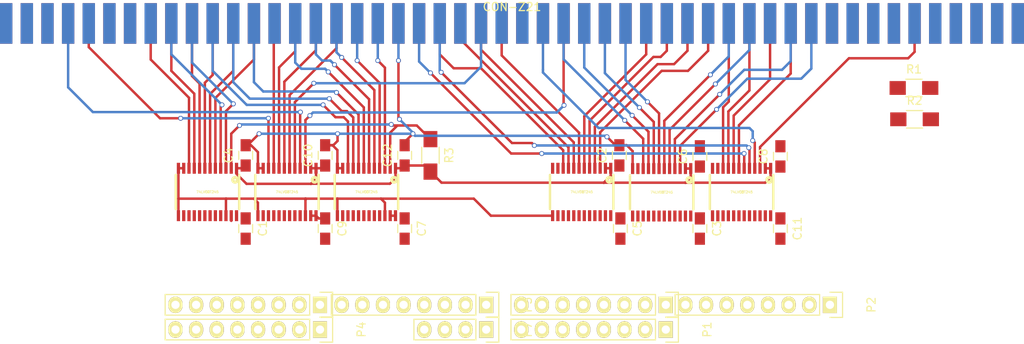
<source format=kicad_pcb>
(kicad_pcb (version 4) (host pcbnew "(2015-10-16 BZR 6271)-product")

  (general
    (links 192)
    (no_connects 109)
    (area 87.423 23.133 213.567 69.155238)
    (thickness 1.6)
    (drawings 0)
    (tracks 355)
    (zones 0)
    (modules 29)
    (nets 135)
  )

  (page A4)
  (title_block
    (title "Amiga 2000 VGA Card")
    (date 2015-10-25)
    (rev 4)
    (company "MNT Media & Technology UG")
    (comment 1 "Designer: Lukas F. Hartmann")
    (comment 2 http://mntmn.com)
  )

  (layers
    (0 F.Cu signal)
    (31 B.Cu signal)
    (32 B.Adhes user hide)
    (33 F.Adhes user hide)
    (34 B.Paste user)
    (35 F.Paste user)
    (36 B.SilkS user)
    (37 F.SilkS user)
    (38 B.Mask user)
    (39 F.Mask user)
    (40 Dwgs.User user hide)
    (41 Cmts.User user hide)
    (42 Eco1.User user hide)
    (43 Eco2.User user hide)
    (44 Edge.Cuts user)
    (45 Margin user)
    (46 B.CrtYd user hide)
    (47 F.CrtYd user)
    (48 B.Fab user hide)
    (49 F.Fab user hide)
  )

  (setup
    (last_trace_width 0.3)
    (trace_clearance 0.08)
    (zone_clearance 0.5)
    (zone_45_only no)
    (trace_min 0.1)
    (segment_width 0.2)
    (edge_width 0.15)
    (via_size 0.6)
    (via_drill 0.4)
    (via_min_size 0.4)
    (via_min_drill 0.3)
    (uvia_size 0.3)
    (uvia_drill 0.1)
    (uvias_allowed yes)
    (uvia_min_size 0.2)
    (uvia_min_drill 0.1)
    (pcb_text_width 0.3)
    (pcb_text_size 1.5 1.5)
    (mod_edge_width 0.15)
    (mod_text_size 1 1)
    (mod_text_width 0.15)
    (pad_size 1.524 1.524)
    (pad_drill 0.762)
    (pad_to_mask_clearance 0.2)
    (aux_axis_origin 0 0)
    (visible_elements FFFFFF1F)
    (pcbplotparams
      (layerselection 0x010fc_80000001)
      (usegerberextensions false)
      (excludeedgelayer true)
      (linewidth 0.100000)
      (plotframeref false)
      (viasonmask false)
      (mode 1)
      (useauxorigin false)
      (hpglpennumber 1)
      (hpglpenspeed 20)
      (hpglpendiameter 15)
      (hpglpenoverlay 2)
      (psnegative false)
      (psa4output false)
      (plotreference true)
      (plotvalue true)
      (plotinvisibletext false)
      (padsonsilk false)
      (subtractmaskfromsilk false)
      (outputformat 1)
      (mirror false)
      (drillshape 0)
      (scaleselection 1)
      (outputdirectory va2000-pcb-export/))
  )

  (net 0 "")
  (net 1 +3V3)
  (net 2 GND)
  (net 3 +5V)
  (net 4 "Net-(CON-Z21-Pad92)")
  (net 5 "Net-(CON-Z21-Pad86)")
  (net 6 "Net-(CON-Z21-Pad84)")
  (net 7 "Net-(CON-Z21-Pad82)")
  (net 8 "Net-(CON-Z21-Pad80)")
  (net 9 "Net-(CON-Z21-Pad78)")
  (net 10 "Net-(CON-Z21-Pad76)")
  (net 11 "Net-(CON-Z21-Pad74)")
  (net 12 "Net-(CON-Z21-Pad72)")
  (net 13 "Net-(CON-Z21-Pad70)")
  (net 14 "Net-(CON-Z21-Pad68)")
  (net 15 "Net-(CON-Z21-Pad58)")
  (net 16 "Net-(CON-Z21-Pad56)")
  (net 17 "Net-(CON-Z21-Pad54)")
  (net 18 "Net-(CON-Z21-Pad52)")
  (net 19 "Net-(CON-Z21-Pad46)")
  (net 20 "Net-(CON-Z21-Pad38)")
  (net 21 "Net-(CON-Z21-Pad36)")
  (net 22 "Net-(CON-Z21-Pad34)")
  (net 23 "Net-(CON-Z21-Pad32)")
  (net 24 "Net-(CON-Z21-Pad30)")
  (net 25 "Net-(CON-Z21-Pad28)")
  (net 26 "Net-(CON-Z21-Pad26)")
  (net 27 "Net-(CON-Z21-Pad24)")
  (net 28 "Net-(CON-Z21-Pad12)")
  (net 29 "Net-(CON-Z21-Pad93)")
  (net 30 "Net-(CON-Z21-Pad83)")
  (net 31 "Net-(CON-Z21-Pad81)")
  (net 32 "Net-(CON-Z21-Pad79)")
  (net 33 "Net-(CON-Z21-Pad77)")
  (net 34 "Net-(CON-Z21-Pad75)")
  (net 35 "Net-(CON-Z21-Pad71)")
  (net 36 "Net-(CON-Z21-Pad69)")
  (net 37 "Net-(CON-Z21-Pad67)")
  (net 38 "Net-(CON-Z21-Pad65)")
  (net 39 "Net-(CON-Z21-Pad63)")
  (net 40 "Net-(CON-Z21-Pad59)")
  (net 41 "Net-(CON-Z21-Pad57)")
  (net 42 "Net-(CON-Z21-Pad53)")
  (net 43 "Net-(CON-Z21-Pad47)")
  (net 44 "Net-(CON-Z21-Pad45)")
  (net 45 "Net-(CON-Z21-Pad43)")
  (net 46 "Net-(CON-Z21-Pad41)")
  (net 47 "Net-(CON-Z21-Pad39)")
  (net 48 "Net-(CON-Z21-Pad29)")
  (net 49 "Net-(CON-Z21-Pad27)")
  (net 50 "Net-(CON-Z21-Pad23)")
  (net 51 "Net-(CON-Z21-Pad21)")
  (net 52 "Net-(CON-Z21-Pad11)")
  (net 53 "Net-(CON-Z21-Pad9)")
  (net 54 "Net-(P1-Pad1)")
  (net 55 "Net-(P1-Pad2)")
  (net 56 "Net-(P1-Pad3)")
  (net 57 "Net-(P1-Pad4)")
  (net 58 "Net-(P1-Pad5)")
  (net 59 "Net-(P1-Pad6)")
  (net 60 "Net-(P1-Pad7)")
  (net 61 "Net-(P1-Pad8)")
  (net 62 "Net-(P2-Pad1)")
  (net 63 "Net-(P2-Pad2)")
  (net 64 "Net-(P2-Pad3)")
  (net 65 "Net-(P2-Pad4)")
  (net 66 "Net-(P2-Pad5)")
  (net 67 "Net-(P2-Pad6)")
  (net 68 "Net-(P2-Pad7)")
  (net 69 "Net-(P2-Pad8)")
  (net 70 "Net-(P3-Pad1)")
  (net 71 "Net-(P3-Pad2)")
  (net 72 "Net-(P3-Pad3)")
  (net 73 "Net-(P3-Pad4)")
  (net 74 "Net-(P3-Pad5)")
  (net 75 "Net-(P3-Pad6)")
  (net 76 "Net-(P3-Pad7)")
  (net 77 "Net-(P3-Pad8)")
  (net 78 "Net-(P4-Pad1)")
  (net 79 "Net-(P4-Pad2)")
  (net 80 "Net-(P4-Pad3)")
  (net 81 "Net-(P4-Pad4)")
  (net 82 "Net-(P4-Pad5)")
  (net 83 "Net-(P4-Pad6)")
  (net 84 "Net-(P4-Pad7)")
  (net 85 "Net-(P4-Pad8)")
  (net 86 "Net-(P5-Pad1)")
  (net 87 "Net-(P5-Pad2)")
  (net 88 "Net-(P5-Pad3)")
  (net 89 "Net-(P5-Pad4)")
  (net 90 "Net-(P5-Pad5)")
  (net 91 "Net-(P5-Pad6)")
  (net 92 "Net-(P5-Pad7)")
  (net 93 "Net-(P5-Pad8)")
  (net 94 "Net-(P6-Pad1)")
  (net 95 "Net-(P6-Pad2)")
  (net 96 "Net-(P6-Pad3)")
  (net 97 "Net-(P6-Pad4)")
  (net 98 "Net-(P6-Pad5)")
  (net 99 "Net-(P6-Pad6)")
  (net 100 "Net-(P6-Pad7)")
  (net 101 "Net-(P6-Pad8)")
  (net 102 "Net-(P7-Pad3)")
  (net 103 "Net-(CON-Z21-Pad98)")
  (net 104 "Net-(CON-Z21-Pad96)")
  (net 105 "Net-(CON-Z21-Pad94)")
  (net 106 "Net-(CON-Z21-Pad66)")
  (net 107 "Net-(CON-Z21-Pad64)")
  (net 108 "Net-(CON-Z21-Pad62)")
  (net 109 "Net-(CON-Z21-Pad60)")
  (net 110 "Net-(CON-Z21-Pad50)")
  (net 111 "Net-(CON-Z21-Pad48)")
  (net 112 "Net-(CON-Z21-Pad44)")
  (net 113 "Net-(CON-Z21-Pad42)")
  (net 114 "Net-(CON-Z21-Pad40)")
  (net 115 "Net-(CON-Z21-Pad22)")
  (net 116 "Net-(CON-Z21-Pad20)")
  (net 117 "Net-(CON-Z21-Pad18)")
  (net 118 "Net-(CON-Z21-Pad16)")
  (net 119 "Net-(CON-Z21-Pad14)")
  (net 120 "Net-(CON-Z21-Pad10)")
  (net 121 "Net-(CON-Z21-Pad8)")
  (net 122 "Net-(CON-Z21-Pad97)")
  (net 123 "Net-(CON-Z21-Pad95)")
  (net 124 "Net-(CON-Z21-Pad91)")
  (net 125 "Net-(CON-Z21-Pad55)")
  (net 126 "Net-(CON-Z21-Pad51)")
  (net 127 "Net-(CON-Z21-Pad35)")
  (net 128 "Net-(CON-Z21-Pad33)")
  (net 129 "Net-(CON-Z21-Pad31)")
  (net 130 "Net-(CON-Z21-Pad19)")
  (net 131 "Net-(CON-Z21-Pad17)")
  (net 132 "Net-(CON-Z21-Pad15)")
  (net 133 "Net-(CON-Z21-Pad7)")
  (net 134 "Net-(P7-Pad4)")

  (net_class Default "This is the default net class."
    (clearance 0.08)
    (trace_width 0.3)
    (via_dia 0.6)
    (via_drill 0.4)
    (uvia_dia 0.3)
    (uvia_drill 0.1)
    (add_net +3V3)
    (add_net +5V)
    (add_net GND)
    (add_net "Net-(CON-Z21-Pad10)")
    (add_net "Net-(CON-Z21-Pad11)")
    (add_net "Net-(CON-Z21-Pad12)")
    (add_net "Net-(CON-Z21-Pad14)")
    (add_net "Net-(CON-Z21-Pad15)")
    (add_net "Net-(CON-Z21-Pad16)")
    (add_net "Net-(CON-Z21-Pad17)")
    (add_net "Net-(CON-Z21-Pad18)")
    (add_net "Net-(CON-Z21-Pad19)")
    (add_net "Net-(CON-Z21-Pad20)")
    (add_net "Net-(CON-Z21-Pad21)")
    (add_net "Net-(CON-Z21-Pad22)")
    (add_net "Net-(CON-Z21-Pad23)")
    (add_net "Net-(CON-Z21-Pad24)")
    (add_net "Net-(CON-Z21-Pad26)")
    (add_net "Net-(CON-Z21-Pad27)")
    (add_net "Net-(CON-Z21-Pad28)")
    (add_net "Net-(CON-Z21-Pad29)")
    (add_net "Net-(CON-Z21-Pad30)")
    (add_net "Net-(CON-Z21-Pad31)")
    (add_net "Net-(CON-Z21-Pad32)")
    (add_net "Net-(CON-Z21-Pad33)")
    (add_net "Net-(CON-Z21-Pad34)")
    (add_net "Net-(CON-Z21-Pad35)")
    (add_net "Net-(CON-Z21-Pad36)")
    (add_net "Net-(CON-Z21-Pad38)")
    (add_net "Net-(CON-Z21-Pad39)")
    (add_net "Net-(CON-Z21-Pad40)")
    (add_net "Net-(CON-Z21-Pad41)")
    (add_net "Net-(CON-Z21-Pad42)")
    (add_net "Net-(CON-Z21-Pad43)")
    (add_net "Net-(CON-Z21-Pad44)")
    (add_net "Net-(CON-Z21-Pad45)")
    (add_net "Net-(CON-Z21-Pad46)")
    (add_net "Net-(CON-Z21-Pad47)")
    (add_net "Net-(CON-Z21-Pad48)")
    (add_net "Net-(CON-Z21-Pad50)")
    (add_net "Net-(CON-Z21-Pad51)")
    (add_net "Net-(CON-Z21-Pad52)")
    (add_net "Net-(CON-Z21-Pad53)")
    (add_net "Net-(CON-Z21-Pad54)")
    (add_net "Net-(CON-Z21-Pad55)")
    (add_net "Net-(CON-Z21-Pad56)")
    (add_net "Net-(CON-Z21-Pad57)")
    (add_net "Net-(CON-Z21-Pad58)")
    (add_net "Net-(CON-Z21-Pad59)")
    (add_net "Net-(CON-Z21-Pad60)")
    (add_net "Net-(CON-Z21-Pad62)")
    (add_net "Net-(CON-Z21-Pad63)")
    (add_net "Net-(CON-Z21-Pad64)")
    (add_net "Net-(CON-Z21-Pad65)")
    (add_net "Net-(CON-Z21-Pad66)")
    (add_net "Net-(CON-Z21-Pad67)")
    (add_net "Net-(CON-Z21-Pad68)")
    (add_net "Net-(CON-Z21-Pad69)")
    (add_net "Net-(CON-Z21-Pad7)")
    (add_net "Net-(CON-Z21-Pad70)")
    (add_net "Net-(CON-Z21-Pad71)")
    (add_net "Net-(CON-Z21-Pad72)")
    (add_net "Net-(CON-Z21-Pad74)")
    (add_net "Net-(CON-Z21-Pad75)")
    (add_net "Net-(CON-Z21-Pad76)")
    (add_net "Net-(CON-Z21-Pad77)")
    (add_net "Net-(CON-Z21-Pad78)")
    (add_net "Net-(CON-Z21-Pad79)")
    (add_net "Net-(CON-Z21-Pad8)")
    (add_net "Net-(CON-Z21-Pad80)")
    (add_net "Net-(CON-Z21-Pad81)")
    (add_net "Net-(CON-Z21-Pad82)")
    (add_net "Net-(CON-Z21-Pad83)")
    (add_net "Net-(CON-Z21-Pad84)")
    (add_net "Net-(CON-Z21-Pad86)")
    (add_net "Net-(CON-Z21-Pad9)")
    (add_net "Net-(CON-Z21-Pad91)")
    (add_net "Net-(CON-Z21-Pad92)")
    (add_net "Net-(CON-Z21-Pad93)")
    (add_net "Net-(CON-Z21-Pad94)")
    (add_net "Net-(CON-Z21-Pad95)")
    (add_net "Net-(CON-Z21-Pad96)")
    (add_net "Net-(CON-Z21-Pad97)")
    (add_net "Net-(CON-Z21-Pad98)")
    (add_net "Net-(P1-Pad1)")
    (add_net "Net-(P1-Pad2)")
    (add_net "Net-(P1-Pad3)")
    (add_net "Net-(P1-Pad4)")
    (add_net "Net-(P1-Pad5)")
    (add_net "Net-(P1-Pad6)")
    (add_net "Net-(P1-Pad7)")
    (add_net "Net-(P1-Pad8)")
    (add_net "Net-(P2-Pad1)")
    (add_net "Net-(P2-Pad2)")
    (add_net "Net-(P2-Pad3)")
    (add_net "Net-(P2-Pad4)")
    (add_net "Net-(P2-Pad5)")
    (add_net "Net-(P2-Pad6)")
    (add_net "Net-(P2-Pad7)")
    (add_net "Net-(P2-Pad8)")
    (add_net "Net-(P3-Pad1)")
    (add_net "Net-(P3-Pad2)")
    (add_net "Net-(P3-Pad3)")
    (add_net "Net-(P3-Pad4)")
    (add_net "Net-(P3-Pad5)")
    (add_net "Net-(P3-Pad6)")
    (add_net "Net-(P3-Pad7)")
    (add_net "Net-(P3-Pad8)")
    (add_net "Net-(P4-Pad1)")
    (add_net "Net-(P4-Pad2)")
    (add_net "Net-(P4-Pad3)")
    (add_net "Net-(P4-Pad4)")
    (add_net "Net-(P4-Pad5)")
    (add_net "Net-(P4-Pad6)")
    (add_net "Net-(P4-Pad7)")
    (add_net "Net-(P4-Pad8)")
    (add_net "Net-(P5-Pad1)")
    (add_net "Net-(P5-Pad2)")
    (add_net "Net-(P5-Pad3)")
    (add_net "Net-(P5-Pad4)")
    (add_net "Net-(P5-Pad5)")
    (add_net "Net-(P5-Pad6)")
    (add_net "Net-(P5-Pad7)")
    (add_net "Net-(P5-Pad8)")
    (add_net "Net-(P6-Pad1)")
    (add_net "Net-(P6-Pad2)")
    (add_net "Net-(P6-Pad3)")
    (add_net "Net-(P6-Pad4)")
    (add_net "Net-(P6-Pad5)")
    (add_net "Net-(P6-Pad6)")
    (add_net "Net-(P6-Pad7)")
    (add_net "Net-(P6-Pad8)")
    (add_net "Net-(P7-Pad3)")
    (add_net "Net-(P7-Pad4)")
  )

  (net_class Power ""
    (clearance 0.08)
    (trace_width 0.5)
    (via_dia 0.6)
    (via_drill 0.4)
    (uvia_dia 0.3)
    (uvia_drill 0.1)
  )

  (module zorro2:zorro2card (layer F.Cu) (tedit 56268B50) (tstamp 56C39714)
    (at 150.495 24.638)
    (path /56269BE8)
    (fp_text reference CON-Z21 (at 0 0.5) (layer F.SilkS)
      (effects (font (size 1 1) (thickness 0.15)))
    )
    (fp_text value zorro2port (at 0 -0.5) (layer F.Fab)
      (effects (font (size 1 1) (thickness 0.15)))
    )
    (pad 100 connect rect (at -62.23 2.54) (size 1.524 5) (layers F.Cu F.Mask)
      (net 2 GND))
    (pad 98 connect rect (at -59.69 2.54) (size 1.524 5) (layers F.Cu F.Mask)
      (net 103 "Net-(CON-Z21-Pad98)"))
    (pad 96 connect rect (at -57.15 2.54) (size 1.524 5) (layers F.Cu F.Mask)
      (net 104 "Net-(CON-Z21-Pad96)"))
    (pad 94 connect rect (at -54.61 2.54) (size 1.524 5) (layers F.Cu F.Mask)
      (net 105 "Net-(CON-Z21-Pad94)"))
    (pad 92 connect rect (at -52.07 2.54) (size 1.524 5) (layers F.Cu F.Mask)
      (net 4 "Net-(CON-Z21-Pad92)"))
    (pad 90 connect rect (at -49.53 2.54) (size 1.524 5) (layers F.Cu F.Mask)
      (net 2 GND))
    (pad 88 connect rect (at -46.99 2.54) (size 1.524 5) (layers F.Cu F.Mask)
      (net 2 GND))
    (pad 86 connect rect (at -44.45 2.54) (size 1.524 5) (layers F.Cu F.Mask)
      (net 5 "Net-(CON-Z21-Pad86)"))
    (pad 84 connect rect (at -41.91 2.54) (size 1.524 5) (layers F.Cu F.Mask)
      (net 6 "Net-(CON-Z21-Pad84)"))
    (pad 82 connect rect (at -39.37 2.54) (size 1.524 5) (layers F.Cu F.Mask)
      (net 7 "Net-(CON-Z21-Pad82)"))
    (pad 80 connect rect (at -36.83 2.54) (size 1.524 5) (layers F.Cu F.Mask)
      (net 8 "Net-(CON-Z21-Pad80)"))
    (pad 78 connect rect (at -34.29 2.54) (size 1.524 5) (layers F.Cu F.Mask)
      (net 9 "Net-(CON-Z21-Pad78)"))
    (pad 76 connect rect (at -31.75 2.54) (size 1.524 5) (layers F.Cu F.Mask)
      (net 10 "Net-(CON-Z21-Pad76)"))
    (pad 74 connect rect (at -29.21 2.54) (size 1.524 5) (layers F.Cu F.Mask)
      (net 11 "Net-(CON-Z21-Pad74)"))
    (pad 72 connect rect (at -26.67 2.54) (size 1.524 5) (layers F.Cu F.Mask)
      (net 12 "Net-(CON-Z21-Pad72)"))
    (pad 70 connect rect (at -24.13 2.54) (size 1.524 5) (layers F.Cu F.Mask)
      (net 13 "Net-(CON-Z21-Pad70)"))
    (pad 68 connect rect (at -21.59 2.54) (size 1.524 5) (layers F.Cu F.Mask)
      (net 14 "Net-(CON-Z21-Pad68)"))
    (pad 66 connect rect (at -19.05 2.54) (size 1.524 5) (layers F.Cu F.Mask)
      (net 106 "Net-(CON-Z21-Pad66)"))
    (pad 64 connect rect (at -16.51 2.54) (size 1.524 5) (layers F.Cu F.Mask)
      (net 107 "Net-(CON-Z21-Pad64)"))
    (pad 62 connect rect (at -13.97 2.54) (size 1.524 5) (layers F.Cu F.Mask)
      (net 108 "Net-(CON-Z21-Pad62)"))
    (pad 60 connect rect (at -11.43 2.54) (size 1.524 5) (layers F.Cu F.Mask)
      (net 109 "Net-(CON-Z21-Pad60)"))
    (pad 58 connect rect (at -8.89 2.54) (size 1.524 5) (layers F.Cu F.Mask)
      (net 15 "Net-(CON-Z21-Pad58)"))
    (pad 56 connect rect (at -6.35 2.54) (size 1.524 5) (layers F.Cu F.Mask)
      (net 16 "Net-(CON-Z21-Pad56)"))
    (pad 54 connect rect (at -3.81 2.54) (size 1.524 5) (layers F.Cu F.Mask)
      (net 17 "Net-(CON-Z21-Pad54)"))
    (pad 52 connect rect (at -1.27 2.54) (size 1.524 5) (layers F.Cu F.Mask)
      (net 18 "Net-(CON-Z21-Pad52)"))
    (pad 50 connect rect (at 1.27 2.54) (size 1.524 5) (layers F.Cu F.Mask)
      (net 110 "Net-(CON-Z21-Pad50)"))
    (pad 48 connect rect (at 3.81 2.54) (size 1.524 5) (layers F.Cu F.Mask)
      (net 111 "Net-(CON-Z21-Pad48)"))
    (pad 46 connect rect (at 6.35 2.54) (size 1.524 5) (layers F.Cu F.Mask)
      (net 19 "Net-(CON-Z21-Pad46)"))
    (pad 44 connect rect (at 8.89 2.54) (size 1.524 5) (layers F.Cu F.Mask)
      (net 112 "Net-(CON-Z21-Pad44)"))
    (pad 42 connect rect (at 11.43 2.54) (size 1.524 5) (layers F.Cu F.Mask)
      (net 113 "Net-(CON-Z21-Pad42)"))
    (pad 40 connect rect (at 13.97 2.54) (size 1.524 5) (layers F.Cu F.Mask)
      (net 114 "Net-(CON-Z21-Pad40)"))
    (pad 38 connect rect (at 16.51 2.54) (size 1.524 5) (layers F.Cu F.Mask)
      (net 20 "Net-(CON-Z21-Pad38)"))
    (pad 36 connect rect (at 19.05 2.54) (size 1.524 5) (layers F.Cu F.Mask)
      (net 21 "Net-(CON-Z21-Pad36)"))
    (pad 34 connect rect (at 21.59 2.54) (size 1.524 5) (layers F.Cu F.Mask)
      (net 22 "Net-(CON-Z21-Pad34)"))
    (pad 32 connect rect (at 24.13 2.54) (size 1.524 5) (layers F.Cu F.Mask)
      (net 23 "Net-(CON-Z21-Pad32)"))
    (pad 30 connect rect (at 26.67 2.54) (size 1.524 5) (layers F.Cu F.Mask)
      (net 24 "Net-(CON-Z21-Pad30)"))
    (pad 28 connect rect (at 29.21 2.54) (size 1.524 5) (layers F.Cu F.Mask)
      (net 25 "Net-(CON-Z21-Pad28)"))
    (pad 26 connect rect (at 31.75 2.54) (size 1.524 5) (layers F.Cu F.Mask)
      (net 26 "Net-(CON-Z21-Pad26)"))
    (pad 24 connect rect (at 34.29 2.54) (size 1.524 5) (layers F.Cu F.Mask)
      (net 27 "Net-(CON-Z21-Pad24)"))
    (pad 22 connect rect (at 36.83 2.54) (size 1.524 5) (layers F.Cu F.Mask)
      (net 115 "Net-(CON-Z21-Pad22)"))
    (pad 20 connect rect (at 39.37 2.54) (size 1.524 5) (layers F.Cu F.Mask)
      (net 116 "Net-(CON-Z21-Pad20)"))
    (pad 18 connect rect (at 41.91 2.54) (size 1.524 5) (layers F.Cu F.Mask)
      (net 117 "Net-(CON-Z21-Pad18)"))
    (pad 16 connect rect (at 44.45 2.54) (size 1.524 5) (layers F.Cu F.Mask)
      (net 118 "Net-(CON-Z21-Pad16)"))
    (pad 14 connect rect (at 46.99 2.54) (size 1.524 5) (layers F.Cu F.Mask)
      (net 119 "Net-(CON-Z21-Pad14)"))
    (pad 12 connect rect (at 49.53 2.54) (size 1.524 5) (layers F.Cu F.Mask)
      (net 28 "Net-(CON-Z21-Pad12)"))
    (pad 10 connect rect (at 52.07 2.54) (size 1.524 5) (layers F.Cu F.Mask)
      (net 120 "Net-(CON-Z21-Pad10)"))
    (pad 8 connect rect (at 54.61 2.54) (size 1.524 5) (layers F.Cu F.Mask)
      (net 121 "Net-(CON-Z21-Pad8)"))
    (pad 6 connect rect (at 57.15 2.54) (size 1.524 5) (layers F.Cu F.Mask)
      (net 3 +5V))
    (pad 4 connect rect (at 59.69 2.54) (size 1.524 5) (layers F.Cu F.Mask)
      (net 2 GND))
    (pad 2 connect rect (at 62.23 2.54) (size 1.524 5) (layers F.Cu F.Mask)
      (net 2 GND))
    (pad 99 connect rect (at -62.23 2.54) (size 1.524 5) (layers B.Cu B.Mask)
      (net 2 GND))
    (pad 97 connect rect (at -59.69 2.54) (size 1.524 5) (layers B.Cu B.Mask)
      (net 122 "Net-(CON-Z21-Pad97)"))
    (pad 95 connect rect (at -57.15 2.54) (size 1.524 5) (layers B.Cu B.Mask)
      (net 123 "Net-(CON-Z21-Pad95)"))
    (pad 93 connect rect (at -54.61 2.54) (size 1.524 5) (layers B.Cu B.Mask)
      (net 29 "Net-(CON-Z21-Pad93)"))
    (pad 91 connect rect (at -52.07 2.54) (size 1.524 5) (layers B.Cu B.Mask)
      (net 124 "Net-(CON-Z21-Pad91)"))
    (pad 89 connect rect (at -49.53 2.54) (size 1.524 5) (layers B.Cu B.Mask)
      (net 2 GND))
    (pad 87 connect rect (at -46.99 2.54) (size 1.524 5) (layers B.Cu B.Mask)
      (net 2 GND))
    (pad 85 connect rect (at -44.45 2.54) (size 1.524 5) (layers B.Cu B.Mask)
      (net 2 GND))
    (pad 83 connect rect (at -41.91 2.54) (size 1.524 5) (layers B.Cu B.Mask)
      (net 30 "Net-(CON-Z21-Pad83)"))
    (pad 81 connect rect (at -39.37 2.54) (size 1.524 5) (layers B.Cu B.Mask)
      (net 31 "Net-(CON-Z21-Pad81)"))
    (pad 79 connect rect (at -36.83 2.54) (size 1.524 5) (layers B.Cu B.Mask)
      (net 32 "Net-(CON-Z21-Pad79)"))
    (pad 77 connect rect (at -34.29 2.54) (size 1.524 5) (layers B.Cu B.Mask)
      (net 33 "Net-(CON-Z21-Pad77)"))
    (pad 75 connect rect (at -31.75 2.54) (size 1.524 5) (layers B.Cu B.Mask)
      (net 34 "Net-(CON-Z21-Pad75)"))
    (pad 73 connect rect (at -29.21 2.54) (size 1.524 5) (layers B.Cu B.Mask)
      (net 2 GND))
    (pad 71 connect rect (at -26.67 2.54) (size 1.524 5) (layers B.Cu B.Mask)
      (net 35 "Net-(CON-Z21-Pad71)"))
    (pad 69 connect rect (at -24.13 2.54) (size 1.524 5) (layers B.Cu B.Mask)
      (net 36 "Net-(CON-Z21-Pad69)"))
    (pad 67 connect rect (at -21.59 2.54) (size 1.524 5) (layers B.Cu B.Mask)
      (net 37 "Net-(CON-Z21-Pad67)"))
    (pad 65 connect rect (at -19.05 2.54) (size 1.524 5) (layers B.Cu B.Mask)
      (net 38 "Net-(CON-Z21-Pad65)"))
    (pad 63 connect rect (at -16.51 2.54) (size 1.524 5) (layers B.Cu B.Mask)
      (net 39 "Net-(CON-Z21-Pad63)"))
    (pad 61 connect rect (at -13.97 2.54) (size 1.524 5) (layers B.Cu B.Mask)
      (net 2 GND))
    (pad 59 connect rect (at -11.43 2.54) (size 1.524 5) (layers B.Cu B.Mask)
      (net 40 "Net-(CON-Z21-Pad59)"))
    (pad 57 connect rect (at -8.89 2.54) (size 1.524 5) (layers B.Cu B.Mask)
      (net 41 "Net-(CON-Z21-Pad57)"))
    (pad 55 connect rect (at -6.35 2.54) (size 1.524 5) (layers B.Cu B.Mask)
      (net 125 "Net-(CON-Z21-Pad55)"))
    (pad 53 connect rect (at -3.81 2.54) (size 1.524 5) (layers B.Cu B.Mask)
      (net 42 "Net-(CON-Z21-Pad53)"))
    (pad 51 connect rect (at -1.27 2.54) (size 1.524 5) (layers B.Cu B.Mask)
      (net 126 "Net-(CON-Z21-Pad51)"))
    (pad 49 connect rect (at 1.27 2.54) (size 1.524 5) (layers B.Cu B.Mask)
      (net 2 GND))
    (pad 47 connect rect (at 3.81 2.54) (size 1.524 5) (layers B.Cu B.Mask)
      (net 43 "Net-(CON-Z21-Pad47)"))
    (pad 45 connect rect (at 6.35 2.54) (size 1.524 5) (layers B.Cu B.Mask)
      (net 44 "Net-(CON-Z21-Pad45)"))
    (pad 43 connect rect (at 8.89 2.54) (size 1.524 5) (layers B.Cu B.Mask)
      (net 45 "Net-(CON-Z21-Pad43)"))
    (pad 41 connect rect (at 11.43 2.54) (size 1.524 5) (layers B.Cu B.Mask)
      (net 46 "Net-(CON-Z21-Pad41)"))
    (pad 39 connect rect (at 13.97 2.54) (size 1.524 5) (layers B.Cu B.Mask)
      (net 47 "Net-(CON-Z21-Pad39)"))
    (pad 37 connect rect (at 16.51 2.54) (size 1.524 5) (layers B.Cu B.Mask)
      (net 2 GND))
    (pad 35 connect rect (at 19.05 2.54) (size 1.524 5) (layers B.Cu B.Mask)
      (net 127 "Net-(CON-Z21-Pad35)"))
    (pad 33 connect rect (at 21.59 2.54) (size 1.524 5) (layers B.Cu B.Mask)
      (net 128 "Net-(CON-Z21-Pad33)"))
    (pad 31 connect rect (at 24.13 2.54) (size 1.524 5) (layers B.Cu B.Mask)
      (net 129 "Net-(CON-Z21-Pad31)"))
    (pad 29 connect rect (at 26.67 2.54) (size 1.524 5) (layers B.Cu B.Mask)
      (net 48 "Net-(CON-Z21-Pad29)"))
    (pad 27 connect rect (at 29.21 2.54) (size 1.524 5) (layers B.Cu B.Mask)
      (net 49 "Net-(CON-Z21-Pad27)"))
    (pad 25 connect rect (at 31.75 2.54) (size 1.524 5) (layers B.Cu B.Mask)
      (net 2 GND))
    (pad 23 connect rect (at 34.29 2.54) (size 1.524 5) (layers B.Cu B.Mask)
      (net 50 "Net-(CON-Z21-Pad23)"))
    (pad 21 connect rect (at 36.83 2.54) (size 1.524 5) (layers B.Cu B.Mask)
      (net 51 "Net-(CON-Z21-Pad21)"))
    (pad 19 connect rect (at 39.37 2.54) (size 1.524 5) (layers B.Cu B.Mask)
      (net 130 "Net-(CON-Z21-Pad19)"))
    (pad 17 connect rect (at 41.91 2.54) (size 1.524 5) (layers B.Cu B.Mask)
      (net 131 "Net-(CON-Z21-Pad17)"))
    (pad 15 connect rect (at 44.45 2.54) (size 1.524 5) (layers B.Cu B.Mask)
      (net 132 "Net-(CON-Z21-Pad15)"))
    (pad 13 connect rect (at 46.99 2.54) (size 1.524 5) (layers B.Cu B.Mask)
      (net 2 GND))
    (pad 11 connect rect (at 49.53 2.54) (size 1.524 5) (layers B.Cu B.Mask)
      (net 52 "Net-(CON-Z21-Pad11)"))
    (pad 9 connect rect (at 52.07 2.54) (size 1.524 5) (layers B.Cu B.Mask)
      (net 53 "Net-(CON-Z21-Pad9)"))
    (pad 7 connect rect (at 54.61 2.54) (size 1.524 5) (layers B.Cu B.Mask)
      (net 133 "Net-(CON-Z21-Pad7)"))
    (pad 5 connect rect (at 57.15 2.54) (size 1.524 5) (layers B.Cu B.Mask)
      (net 3 +5V))
    (pad 3 connect rect (at 59.69 2.54) (size 1.524 5) (layers B.Cu B.Mask)
      (net 2 GND))
    (pad 1 connect rect (at 62.23 2.54) (size 1.524 5) (layers B.Cu B.Mask)
      (net 2 GND))
  )

  (module Pin_Headers:Pin_Header_Straight_1x08 (layer F.Cu) (tedit 0) (tstamp 56C39720)
    (at 169.418 64.897 270)
    (descr "Through hole pin header")
    (tags "pin header")
    (path /56C2472D)
    (fp_text reference P1 (at 0 -5.1 270) (layer F.SilkS)
      (effects (font (size 1 1) (thickness 0.15)))
    )
    (fp_text value ADDR1 (at 0 -3.1 270) (layer F.Fab)
      (effects (font (size 1 1) (thickness 0.15)))
    )
    (fp_line (start -1.75 -1.75) (end -1.75 19.55) (layer F.CrtYd) (width 0.05))
    (fp_line (start 1.75 -1.75) (end 1.75 19.55) (layer F.CrtYd) (width 0.05))
    (fp_line (start -1.75 -1.75) (end 1.75 -1.75) (layer F.CrtYd) (width 0.05))
    (fp_line (start -1.75 19.55) (end 1.75 19.55) (layer F.CrtYd) (width 0.05))
    (fp_line (start 1.27 1.27) (end 1.27 19.05) (layer F.SilkS) (width 0.15))
    (fp_line (start 1.27 19.05) (end -1.27 19.05) (layer F.SilkS) (width 0.15))
    (fp_line (start -1.27 19.05) (end -1.27 1.27) (layer F.SilkS) (width 0.15))
    (fp_line (start 1.55 -1.55) (end 1.55 0) (layer F.SilkS) (width 0.15))
    (fp_line (start 1.27 1.27) (end -1.27 1.27) (layer F.SilkS) (width 0.15))
    (fp_line (start -1.55 0) (end -1.55 -1.55) (layer F.SilkS) (width 0.15))
    (fp_line (start -1.55 -1.55) (end 1.55 -1.55) (layer F.SilkS) (width 0.15))
    (pad 1 thru_hole rect (at 0 0 270) (size 2.032 1.7272) (drill 1.016) (layers *.Cu *.Mask F.SilkS)
      (net 54 "Net-(P1-Pad1)"))
    (pad 2 thru_hole oval (at 0 2.54 270) (size 2.032 1.7272) (drill 1.016) (layers *.Cu *.Mask F.SilkS)
      (net 55 "Net-(P1-Pad2)"))
    (pad 3 thru_hole oval (at 0 5.08 270) (size 2.032 1.7272) (drill 1.016) (layers *.Cu *.Mask F.SilkS)
      (net 56 "Net-(P1-Pad3)"))
    (pad 4 thru_hole oval (at 0 7.62 270) (size 2.032 1.7272) (drill 1.016) (layers *.Cu *.Mask F.SilkS)
      (net 57 "Net-(P1-Pad4)"))
    (pad 5 thru_hole oval (at 0 10.16 270) (size 2.032 1.7272) (drill 1.016) (layers *.Cu *.Mask F.SilkS)
      (net 58 "Net-(P1-Pad5)"))
    (pad 6 thru_hole oval (at 0 12.7 270) (size 2.032 1.7272) (drill 1.016) (layers *.Cu *.Mask F.SilkS)
      (net 59 "Net-(P1-Pad6)"))
    (pad 7 thru_hole oval (at 0 15.24 270) (size 2.032 1.7272) (drill 1.016) (layers *.Cu *.Mask F.SilkS)
      (net 60 "Net-(P1-Pad7)"))
    (pad 8 thru_hole oval (at 0 17.78 270) (size 2.032 1.7272) (drill 1.016) (layers *.Cu *.Mask F.SilkS)
      (net 61 "Net-(P1-Pad8)"))
    (model Pin_Headers.3dshapes/Pin_Header_Straight_1x08.wrl
      (at (xyz 0 -0.35 0))
      (scale (xyz 1 1 1))
      (rotate (xyz 0 0 90))
    )
  )

  (module Pin_Headers:Pin_Header_Straight_1x08 (layer F.Cu) (tedit 0) (tstamp 56C3972C)
    (at 189.611 61.849 270)
    (descr "Through hole pin header")
    (tags "pin header")
    (path /56C24804)
    (fp_text reference P2 (at 0 -5.1 270) (layer F.SilkS)
      (effects (font (size 1 1) (thickness 0.15)))
    )
    (fp_text value ADDR2 (at 0 -3.1 270) (layer F.Fab)
      (effects (font (size 1 1) (thickness 0.15)))
    )
    (fp_line (start -1.75 -1.75) (end -1.75 19.55) (layer F.CrtYd) (width 0.05))
    (fp_line (start 1.75 -1.75) (end 1.75 19.55) (layer F.CrtYd) (width 0.05))
    (fp_line (start -1.75 -1.75) (end 1.75 -1.75) (layer F.CrtYd) (width 0.05))
    (fp_line (start -1.75 19.55) (end 1.75 19.55) (layer F.CrtYd) (width 0.05))
    (fp_line (start 1.27 1.27) (end 1.27 19.05) (layer F.SilkS) (width 0.15))
    (fp_line (start 1.27 19.05) (end -1.27 19.05) (layer F.SilkS) (width 0.15))
    (fp_line (start -1.27 19.05) (end -1.27 1.27) (layer F.SilkS) (width 0.15))
    (fp_line (start 1.55 -1.55) (end 1.55 0) (layer F.SilkS) (width 0.15))
    (fp_line (start 1.27 1.27) (end -1.27 1.27) (layer F.SilkS) (width 0.15))
    (fp_line (start -1.55 0) (end -1.55 -1.55) (layer F.SilkS) (width 0.15))
    (fp_line (start -1.55 -1.55) (end 1.55 -1.55) (layer F.SilkS) (width 0.15))
    (pad 1 thru_hole rect (at 0 0 270) (size 2.032 1.7272) (drill 1.016) (layers *.Cu *.Mask F.SilkS)
      (net 62 "Net-(P2-Pad1)"))
    (pad 2 thru_hole oval (at 0 2.54 270) (size 2.032 1.7272) (drill 1.016) (layers *.Cu *.Mask F.SilkS)
      (net 63 "Net-(P2-Pad2)"))
    (pad 3 thru_hole oval (at 0 5.08 270) (size 2.032 1.7272) (drill 1.016) (layers *.Cu *.Mask F.SilkS)
      (net 64 "Net-(P2-Pad3)"))
    (pad 4 thru_hole oval (at 0 7.62 270) (size 2.032 1.7272) (drill 1.016) (layers *.Cu *.Mask F.SilkS)
      (net 65 "Net-(P2-Pad4)"))
    (pad 5 thru_hole oval (at 0 10.16 270) (size 2.032 1.7272) (drill 1.016) (layers *.Cu *.Mask F.SilkS)
      (net 66 "Net-(P2-Pad5)"))
    (pad 6 thru_hole oval (at 0 12.7 270) (size 2.032 1.7272) (drill 1.016) (layers *.Cu *.Mask F.SilkS)
      (net 67 "Net-(P2-Pad6)"))
    (pad 7 thru_hole oval (at 0 15.24 270) (size 2.032 1.7272) (drill 1.016) (layers *.Cu *.Mask F.SilkS)
      (net 68 "Net-(P2-Pad7)"))
    (pad 8 thru_hole oval (at 0 17.78 270) (size 2.032 1.7272) (drill 1.016) (layers *.Cu *.Mask F.SilkS)
      (net 69 "Net-(P2-Pad8)"))
    (model Pin_Headers.3dshapes/Pin_Header_Straight_1x08.wrl
      (at (xyz 0 -0.35 0))
      (scale (xyz 1 1 1))
      (rotate (xyz 0 0 90))
    )
  )

  (module Pin_Headers:Pin_Header_Straight_1x08 (layer F.Cu) (tedit 0) (tstamp 56C39738)
    (at 169.418 61.849 270)
    (descr "Through hole pin header")
    (tags "pin header")
    (path /56C24A2E)
    (fp_text reference P3 (at 0 -5.1 270) (layer F.SilkS)
      (effects (font (size 1 1) (thickness 0.15)))
    )
    (fp_text value ADDR3 (at 0 -3.1 270) (layer F.Fab)
      (effects (font (size 1 1) (thickness 0.15)))
    )
    (fp_line (start -1.75 -1.75) (end -1.75 19.55) (layer F.CrtYd) (width 0.05))
    (fp_line (start 1.75 -1.75) (end 1.75 19.55) (layer F.CrtYd) (width 0.05))
    (fp_line (start -1.75 -1.75) (end 1.75 -1.75) (layer F.CrtYd) (width 0.05))
    (fp_line (start -1.75 19.55) (end 1.75 19.55) (layer F.CrtYd) (width 0.05))
    (fp_line (start 1.27 1.27) (end 1.27 19.05) (layer F.SilkS) (width 0.15))
    (fp_line (start 1.27 19.05) (end -1.27 19.05) (layer F.SilkS) (width 0.15))
    (fp_line (start -1.27 19.05) (end -1.27 1.27) (layer F.SilkS) (width 0.15))
    (fp_line (start 1.55 -1.55) (end 1.55 0) (layer F.SilkS) (width 0.15))
    (fp_line (start 1.27 1.27) (end -1.27 1.27) (layer F.SilkS) (width 0.15))
    (fp_line (start -1.55 0) (end -1.55 -1.55) (layer F.SilkS) (width 0.15))
    (fp_line (start -1.55 -1.55) (end 1.55 -1.55) (layer F.SilkS) (width 0.15))
    (pad 1 thru_hole rect (at 0 0 270) (size 2.032 1.7272) (drill 1.016) (layers *.Cu *.Mask F.SilkS)
      (net 70 "Net-(P3-Pad1)"))
    (pad 2 thru_hole oval (at 0 2.54 270) (size 2.032 1.7272) (drill 1.016) (layers *.Cu *.Mask F.SilkS)
      (net 71 "Net-(P3-Pad2)"))
    (pad 3 thru_hole oval (at 0 5.08 270) (size 2.032 1.7272) (drill 1.016) (layers *.Cu *.Mask F.SilkS)
      (net 72 "Net-(P3-Pad3)"))
    (pad 4 thru_hole oval (at 0 7.62 270) (size 2.032 1.7272) (drill 1.016) (layers *.Cu *.Mask F.SilkS)
      (net 73 "Net-(P3-Pad4)"))
    (pad 5 thru_hole oval (at 0 10.16 270) (size 2.032 1.7272) (drill 1.016) (layers *.Cu *.Mask F.SilkS)
      (net 74 "Net-(P3-Pad5)"))
    (pad 6 thru_hole oval (at 0 12.7 270) (size 2.032 1.7272) (drill 1.016) (layers *.Cu *.Mask F.SilkS)
      (net 75 "Net-(P3-Pad6)"))
    (pad 7 thru_hole oval (at 0 15.24 270) (size 2.032 1.7272) (drill 1.016) (layers *.Cu *.Mask F.SilkS)
      (net 76 "Net-(P3-Pad7)"))
    (pad 8 thru_hole oval (at 0 17.78 270) (size 2.032 1.7272) (drill 1.016) (layers *.Cu *.Mask F.SilkS)
      (net 77 "Net-(P3-Pad8)"))
    (model Pin_Headers.3dshapes/Pin_Header_Straight_1x08.wrl
      (at (xyz 0 -0.35 0))
      (scale (xyz 1 1 1))
      (rotate (xyz 0 0 90))
    )
  )

  (module Pin_Headers:Pin_Header_Straight_1x08 (layer F.Cu) (tedit 0) (tstamp 56C39744)
    (at 126.873 64.897 270)
    (descr "Through hole pin header")
    (tags "pin header")
    (path /562E3EF8)
    (fp_text reference P4 (at 0 -5.1 270) (layer F.SilkS)
      (effects (font (size 1 1) (thickness 0.15)))
    )
    (fp_text value DATA1 (at 0 -3.1 270) (layer F.Fab)
      (effects (font (size 1 1) (thickness 0.15)))
    )
    (fp_line (start -1.75 -1.75) (end -1.75 19.55) (layer F.CrtYd) (width 0.05))
    (fp_line (start 1.75 -1.75) (end 1.75 19.55) (layer F.CrtYd) (width 0.05))
    (fp_line (start -1.75 -1.75) (end 1.75 -1.75) (layer F.CrtYd) (width 0.05))
    (fp_line (start -1.75 19.55) (end 1.75 19.55) (layer F.CrtYd) (width 0.05))
    (fp_line (start 1.27 1.27) (end 1.27 19.05) (layer F.SilkS) (width 0.15))
    (fp_line (start 1.27 19.05) (end -1.27 19.05) (layer F.SilkS) (width 0.15))
    (fp_line (start -1.27 19.05) (end -1.27 1.27) (layer F.SilkS) (width 0.15))
    (fp_line (start 1.55 -1.55) (end 1.55 0) (layer F.SilkS) (width 0.15))
    (fp_line (start 1.27 1.27) (end -1.27 1.27) (layer F.SilkS) (width 0.15))
    (fp_line (start -1.55 0) (end -1.55 -1.55) (layer F.SilkS) (width 0.15))
    (fp_line (start -1.55 -1.55) (end 1.55 -1.55) (layer F.SilkS) (width 0.15))
    (pad 1 thru_hole rect (at 0 0 270) (size 2.032 1.7272) (drill 1.016) (layers *.Cu *.Mask F.SilkS)
      (net 78 "Net-(P4-Pad1)"))
    (pad 2 thru_hole oval (at 0 2.54 270) (size 2.032 1.7272) (drill 1.016) (layers *.Cu *.Mask F.SilkS)
      (net 79 "Net-(P4-Pad2)"))
    (pad 3 thru_hole oval (at 0 5.08 270) (size 2.032 1.7272) (drill 1.016) (layers *.Cu *.Mask F.SilkS)
      (net 80 "Net-(P4-Pad3)"))
    (pad 4 thru_hole oval (at 0 7.62 270) (size 2.032 1.7272) (drill 1.016) (layers *.Cu *.Mask F.SilkS)
      (net 81 "Net-(P4-Pad4)"))
    (pad 5 thru_hole oval (at 0 10.16 270) (size 2.032 1.7272) (drill 1.016) (layers *.Cu *.Mask F.SilkS)
      (net 82 "Net-(P4-Pad5)"))
    (pad 6 thru_hole oval (at 0 12.7 270) (size 2.032 1.7272) (drill 1.016) (layers *.Cu *.Mask F.SilkS)
      (net 83 "Net-(P4-Pad6)"))
    (pad 7 thru_hole oval (at 0 15.24 270) (size 2.032 1.7272) (drill 1.016) (layers *.Cu *.Mask F.SilkS)
      (net 84 "Net-(P4-Pad7)"))
    (pad 8 thru_hole oval (at 0 17.78 270) (size 2.032 1.7272) (drill 1.016) (layers *.Cu *.Mask F.SilkS)
      (net 85 "Net-(P4-Pad8)"))
    (model Pin_Headers.3dshapes/Pin_Header_Straight_1x08.wrl
      (at (xyz 0 -0.35 0))
      (scale (xyz 1 1 1))
      (rotate (xyz 0 0 90))
    )
  )

  (module Pin_Headers:Pin_Header_Straight_1x08 (layer F.Cu) (tedit 0) (tstamp 56C39750)
    (at 147.32 61.849 270)
    (descr "Through hole pin header")
    (tags "pin header")
    (path /56C2496F)
    (fp_text reference P5 (at 0 -5.1 270) (layer F.SilkS)
      (effects (font (size 1 1) (thickness 0.15)))
    )
    (fp_text value DATA2 (at 0 -3.1 270) (layer F.Fab)
      (effects (font (size 1 1) (thickness 0.15)))
    )
    (fp_line (start -1.75 -1.75) (end -1.75 19.55) (layer F.CrtYd) (width 0.05))
    (fp_line (start 1.75 -1.75) (end 1.75 19.55) (layer F.CrtYd) (width 0.05))
    (fp_line (start -1.75 -1.75) (end 1.75 -1.75) (layer F.CrtYd) (width 0.05))
    (fp_line (start -1.75 19.55) (end 1.75 19.55) (layer F.CrtYd) (width 0.05))
    (fp_line (start 1.27 1.27) (end 1.27 19.05) (layer F.SilkS) (width 0.15))
    (fp_line (start 1.27 19.05) (end -1.27 19.05) (layer F.SilkS) (width 0.15))
    (fp_line (start -1.27 19.05) (end -1.27 1.27) (layer F.SilkS) (width 0.15))
    (fp_line (start 1.55 -1.55) (end 1.55 0) (layer F.SilkS) (width 0.15))
    (fp_line (start 1.27 1.27) (end -1.27 1.27) (layer F.SilkS) (width 0.15))
    (fp_line (start -1.55 0) (end -1.55 -1.55) (layer F.SilkS) (width 0.15))
    (fp_line (start -1.55 -1.55) (end 1.55 -1.55) (layer F.SilkS) (width 0.15))
    (pad 1 thru_hole rect (at 0 0 270) (size 2.032 1.7272) (drill 1.016) (layers *.Cu *.Mask F.SilkS)
      (net 86 "Net-(P5-Pad1)"))
    (pad 2 thru_hole oval (at 0 2.54 270) (size 2.032 1.7272) (drill 1.016) (layers *.Cu *.Mask F.SilkS)
      (net 87 "Net-(P5-Pad2)"))
    (pad 3 thru_hole oval (at 0 5.08 270) (size 2.032 1.7272) (drill 1.016) (layers *.Cu *.Mask F.SilkS)
      (net 88 "Net-(P5-Pad3)"))
    (pad 4 thru_hole oval (at 0 7.62 270) (size 2.032 1.7272) (drill 1.016) (layers *.Cu *.Mask F.SilkS)
      (net 89 "Net-(P5-Pad4)"))
    (pad 5 thru_hole oval (at 0 10.16 270) (size 2.032 1.7272) (drill 1.016) (layers *.Cu *.Mask F.SilkS)
      (net 90 "Net-(P5-Pad5)"))
    (pad 6 thru_hole oval (at 0 12.7 270) (size 2.032 1.7272) (drill 1.016) (layers *.Cu *.Mask F.SilkS)
      (net 91 "Net-(P5-Pad6)"))
    (pad 7 thru_hole oval (at 0 15.24 270) (size 2.032 1.7272) (drill 1.016) (layers *.Cu *.Mask F.SilkS)
      (net 92 "Net-(P5-Pad7)"))
    (pad 8 thru_hole oval (at 0 17.78 270) (size 2.032 1.7272) (drill 1.016) (layers *.Cu *.Mask F.SilkS)
      (net 93 "Net-(P5-Pad8)"))
    (model Pin_Headers.3dshapes/Pin_Header_Straight_1x08.wrl
      (at (xyz 0 -0.35 0))
      (scale (xyz 1 1 1))
      (rotate (xyz 0 0 90))
    )
  )

  (module Pin_Headers:Pin_Header_Straight_1x08 (layer F.Cu) (tedit 0) (tstamp 56C3975C)
    (at 126.873 61.849 270)
    (descr "Through hole pin header")
    (tags "pin header")
    (path /56C2486A)
    (fp_text reference P6 (at 0 -5.1 270) (layer F.SilkS)
      (effects (font (size 1 1) (thickness 0.15)))
    )
    (fp_text value CTRL_IN (at 0 -3.1 270) (layer F.Fab)
      (effects (font (size 1 1) (thickness 0.15)))
    )
    (fp_line (start -1.75 -1.75) (end -1.75 19.55) (layer F.CrtYd) (width 0.05))
    (fp_line (start 1.75 -1.75) (end 1.75 19.55) (layer F.CrtYd) (width 0.05))
    (fp_line (start -1.75 -1.75) (end 1.75 -1.75) (layer F.CrtYd) (width 0.05))
    (fp_line (start -1.75 19.55) (end 1.75 19.55) (layer F.CrtYd) (width 0.05))
    (fp_line (start 1.27 1.27) (end 1.27 19.05) (layer F.SilkS) (width 0.15))
    (fp_line (start 1.27 19.05) (end -1.27 19.05) (layer F.SilkS) (width 0.15))
    (fp_line (start -1.27 19.05) (end -1.27 1.27) (layer F.SilkS) (width 0.15))
    (fp_line (start 1.55 -1.55) (end 1.55 0) (layer F.SilkS) (width 0.15))
    (fp_line (start 1.27 1.27) (end -1.27 1.27) (layer F.SilkS) (width 0.15))
    (fp_line (start -1.55 0) (end -1.55 -1.55) (layer F.SilkS) (width 0.15))
    (fp_line (start -1.55 -1.55) (end 1.55 -1.55) (layer F.SilkS) (width 0.15))
    (pad 1 thru_hole rect (at 0 0 270) (size 2.032 1.7272) (drill 1.016) (layers *.Cu *.Mask F.SilkS)
      (net 94 "Net-(P6-Pad1)"))
    (pad 2 thru_hole oval (at 0 2.54 270) (size 2.032 1.7272) (drill 1.016) (layers *.Cu *.Mask F.SilkS)
      (net 95 "Net-(P6-Pad2)"))
    (pad 3 thru_hole oval (at 0 5.08 270) (size 2.032 1.7272) (drill 1.016) (layers *.Cu *.Mask F.SilkS)
      (net 96 "Net-(P6-Pad3)"))
    (pad 4 thru_hole oval (at 0 7.62 270) (size 2.032 1.7272) (drill 1.016) (layers *.Cu *.Mask F.SilkS)
      (net 97 "Net-(P6-Pad4)"))
    (pad 5 thru_hole oval (at 0 10.16 270) (size 2.032 1.7272) (drill 1.016) (layers *.Cu *.Mask F.SilkS)
      (net 98 "Net-(P6-Pad5)"))
    (pad 6 thru_hole oval (at 0 12.7 270) (size 2.032 1.7272) (drill 1.016) (layers *.Cu *.Mask F.SilkS)
      (net 99 "Net-(P6-Pad6)"))
    (pad 7 thru_hole oval (at 0 15.24 270) (size 2.032 1.7272) (drill 1.016) (layers *.Cu *.Mask F.SilkS)
      (net 100 "Net-(P6-Pad7)"))
    (pad 8 thru_hole oval (at 0 17.78 270) (size 2.032 1.7272) (drill 1.016) (layers *.Cu *.Mask F.SilkS)
      (net 101 "Net-(P6-Pad8)"))
    (model Pin_Headers.3dshapes/Pin_Header_Straight_1x08.wrl
      (at (xyz 0 -0.35 0))
      (scale (xyz 1 1 1))
      (rotate (xyz 0 0 90))
    )
  )

  (module Pin_Headers:Pin_Header_Straight_1x04 (layer F.Cu) (tedit 0) (tstamp 56C39764)
    (at 147.32 64.897 270)
    (descr "Through hole pin header")
    (tags "pin header")
    (path /56C34023)
    (fp_text reference P7 (at 0 -5.1 270) (layer F.SilkS)
      (effects (font (size 1 1) (thickness 0.15)))
    )
    (fp_text value CTRL_OUT (at 0 -3.1 270) (layer F.Fab)
      (effects (font (size 1 1) (thickness 0.15)))
    )
    (fp_line (start -1.75 -1.75) (end -1.75 9.4) (layer F.CrtYd) (width 0.05))
    (fp_line (start 1.75 -1.75) (end 1.75 9.4) (layer F.CrtYd) (width 0.05))
    (fp_line (start -1.75 -1.75) (end 1.75 -1.75) (layer F.CrtYd) (width 0.05))
    (fp_line (start -1.75 9.4) (end 1.75 9.4) (layer F.CrtYd) (width 0.05))
    (fp_line (start -1.27 1.27) (end -1.27 8.89) (layer F.SilkS) (width 0.15))
    (fp_line (start 1.27 1.27) (end 1.27 8.89) (layer F.SilkS) (width 0.15))
    (fp_line (start 1.55 -1.55) (end 1.55 0) (layer F.SilkS) (width 0.15))
    (fp_line (start -1.27 8.89) (end 1.27 8.89) (layer F.SilkS) (width 0.15))
    (fp_line (start 1.27 1.27) (end -1.27 1.27) (layer F.SilkS) (width 0.15))
    (fp_line (start -1.55 0) (end -1.55 -1.55) (layer F.SilkS) (width 0.15))
    (fp_line (start -1.55 -1.55) (end 1.55 -1.55) (layer F.SilkS) (width 0.15))
    (pad 1 thru_hole rect (at 0 0 270) (size 2.032 1.7272) (drill 1.016) (layers *.Cu *.Mask F.SilkS)
      (net 53 "Net-(CON-Z21-Pad9)"))
    (pad 2 thru_hole oval (at 0 2.54 270) (size 2.032 1.7272) (drill 1.016) (layers *.Cu *.Mask F.SilkS)
      (net 52 "Net-(CON-Z21-Pad11)"))
    (pad 3 thru_hole oval (at 0 5.08 270) (size 2.032 1.7272) (drill 1.016) (layers *.Cu *.Mask F.SilkS)
      (net 102 "Net-(P7-Pad3)"))
    (pad 4 thru_hole oval (at 0 7.62 270) (size 2.032 1.7272) (drill 1.016) (layers *.Cu *.Mask F.SilkS)
      (net 134 "Net-(P7-Pad4)"))
    (model Pin_Headers.3dshapes/Pin_Header_Straight_1x04.wrl
      (at (xyz 0 -0.15 0))
      (scale (xyz 1 1 1))
      (rotate (xyz 0 0 90))
    )
  )

  (module mnt:TSSOP24-44 (layer F.Cu) (tedit 4E3F85B4) (tstamp 56C39792)
    (at 159.0675 47.9425 180)
    (path /56C2986F)
    (attr smd)
    (fp_text reference U1 (at 0 0 180) (layer F.SilkS)
      (effects (font (size 0.29972 0.29972) (thickness 0.0762)))
    )
    (fp_text value 74LVC8T245 (at 0 0 180) (layer F.SilkS)
      (effects (font (size 0.29972 0.29972) (thickness 0.0762)))
    )
    (fp_circle (center -3.40106 1.50114) (end -3.29946 1.50114) (layer F.SilkS) (width 0.381))
    (fp_line (start 3.8989 -2.09804) (end 3.8989 2.09804) (layer F.SilkS) (width 0.29972))
    (fp_line (start -3.8989 -2.09804) (end -3.8989 2.09804) (layer F.SilkS) (width 0.29972))
    (pad 1 smd rect (at -3.57378 2.92354) (size 0.39878 1.34874) (layers F.Cu F.Paste F.Mask)
      (net 3 +5V))
    (pad 2 smd rect (at -2.92354 2.92354) (size 0.39878 1.34874) (layers F.Cu F.Paste F.Mask)
      (net 3 +5V))
    (pad 3 smd rect (at -2.2733 2.92354) (size 0.39878 1.34874) (layers F.Cu F.Paste F.Mask)
      (net 23 "Net-(CON-Z21-Pad32)"))
    (pad 4 smd rect (at -1.62306 2.92354) (size 0.39878 1.34874) (layers F.Cu F.Paste F.Mask)
      (net 22 "Net-(CON-Z21-Pad34)"))
    (pad 5 smd rect (at -0.97282 2.92354) (size 0.39878 1.34874) (layers F.Cu F.Paste F.Mask)
      (net 21 "Net-(CON-Z21-Pad36)"))
    (pad 6 smd rect (at -0.32258 2.92354) (size 0.39878 1.34874) (layers F.Cu F.Paste F.Mask)
      (net 20 "Net-(CON-Z21-Pad38)"))
    (pad 7 smd rect (at 0.32258 2.92354) (size 0.39878 1.34874) (layers F.Cu F.Paste F.Mask)
      (net 18 "Net-(CON-Z21-Pad52)"))
    (pad 8 smd rect (at 0.97282 2.92354) (size 0.39878 1.34874) (layers F.Cu F.Paste F.Mask)
      (net 17 "Net-(CON-Z21-Pad54)"))
    (pad 9 smd rect (at 1.62306 2.92354) (size 0.39878 1.34874) (layers F.Cu F.Paste F.Mask)
      (net 16 "Net-(CON-Z21-Pad56)"))
    (pad 10 smd rect (at 2.2733 2.92354) (size 0.39878 1.34874) (layers F.Cu F.Paste F.Mask)
      (net 15 "Net-(CON-Z21-Pad58)"))
    (pad 11 smd rect (at 2.92354 2.92354) (size 0.39878 1.34874) (layers F.Cu F.Paste F.Mask)
      (net 2 GND))
    (pad 12 smd rect (at 3.57378 2.92354) (size 0.39878 1.34874) (layers F.Cu F.Paste F.Mask)
      (net 2 GND))
    (pad 13 smd rect (at 3.57378 -2.92354 180) (size 0.39878 1.34874) (layers F.Cu F.Paste F.Mask)
      (net 2 GND))
    (pad 14 smd rect (at 2.92354 -2.92354 180) (size 0.39878 1.34874) (layers F.Cu F.Paste F.Mask)
      (net 61 "Net-(P1-Pad8)"))
    (pad 15 smd rect (at 2.2733 -2.92354 180) (size 0.39878 1.34874) (layers F.Cu F.Paste F.Mask)
      (net 60 "Net-(P1-Pad7)"))
    (pad 16 smd rect (at 1.62306 -2.92354 180) (size 0.39878 1.34874) (layers F.Cu F.Paste F.Mask)
      (net 59 "Net-(P1-Pad6)"))
    (pad 17 smd rect (at 0.97282 -2.92354 180) (size 0.39878 1.34874) (layers F.Cu F.Paste F.Mask)
      (net 58 "Net-(P1-Pad5)"))
    (pad 18 smd rect (at 0.32258 -2.92354 180) (size 0.39878 1.34874) (layers F.Cu F.Paste F.Mask)
      (net 57 "Net-(P1-Pad4)"))
    (pad 19 smd rect (at -0.32258 -2.92354 180) (size 0.39878 1.34874) (layers F.Cu F.Paste F.Mask)
      (net 56 "Net-(P1-Pad3)"))
    (pad 20 smd rect (at -0.97282 -2.92354 180) (size 0.39878 1.34874) (layers F.Cu F.Paste F.Mask)
      (net 55 "Net-(P1-Pad2)"))
    (pad 21 smd rect (at -1.62306 -2.92354 180) (size 0.39878 1.34874) (layers F.Cu F.Paste F.Mask)
      (net 54 "Net-(P1-Pad1)"))
    (pad 22 smd rect (at -2.2733 -2.92354 180) (size 0.39878 1.34874) (layers F.Cu F.Paste F.Mask)
      (net 2 GND))
    (pad 23 smd rect (at -2.92354 -2.92354 180) (size 0.39878 1.34874) (layers F.Cu F.Paste F.Mask)
      (net 1 +3V3))
    (pad 24 smd rect (at -3.57378 -2.92354 180) (size 0.39878 1.34874) (layers F.Cu F.Paste F.Mask)
      (net 1 +3V3))
  )

  (module mnt:TSSOP24-44 (layer F.Cu) (tedit 4E3F85B4) (tstamp 56C397AE)
    (at 178.7398 47.9552 180)
    (path /56C29F52)
    (attr smd)
    (fp_text reference U2 (at 0 0 180) (layer F.SilkS)
      (effects (font (size 0.29972 0.29972) (thickness 0.0762)))
    )
    (fp_text value 74LVC8T245 (at 0 0 180) (layer F.SilkS)
      (effects (font (size 0.29972 0.29972) (thickness 0.0762)))
    )
    (fp_circle (center -3.40106 1.50114) (end -3.29946 1.50114) (layer F.SilkS) (width 0.381))
    (fp_line (start 3.8989 -2.09804) (end 3.8989 2.09804) (layer F.SilkS) (width 0.29972))
    (fp_line (start -3.8989 -2.09804) (end -3.8989 2.09804) (layer F.SilkS) (width 0.29972))
    (pad 1 smd rect (at -3.57378 2.92354) (size 0.39878 1.34874) (layers F.Cu F.Paste F.Mask)
      (net 3 +5V))
    (pad 2 smd rect (at -2.92354 2.92354) (size 0.39878 1.34874) (layers F.Cu F.Paste F.Mask)
      (net 3 +5V))
    (pad 3 smd rect (at -2.2733 2.92354) (size 0.39878 1.34874) (layers F.Cu F.Paste F.Mask)
      (net 28 "Net-(CON-Z21-Pad12)"))
    (pad 4 smd rect (at -1.62306 2.92354) (size 0.39878 1.34874) (layers F.Cu F.Paste F.Mask)
      (net 43 "Net-(CON-Z21-Pad47)"))
    (pad 5 smd rect (at -0.97282 2.92354) (size 0.39878 1.34874) (layers F.Cu F.Paste F.Mask)
      (net 41 "Net-(CON-Z21-Pad57)"))
    (pad 6 smd rect (at -0.32258 2.92354) (size 0.39878 1.34874) (layers F.Cu F.Paste F.Mask)
      (net 40 "Net-(CON-Z21-Pad59)"))
    (pad 7 smd rect (at 0.32258 2.92354) (size 0.39878 1.34874) (layers F.Cu F.Paste F.Mask)
      (net 27 "Net-(CON-Z21-Pad24)"))
    (pad 8 smd rect (at 0.97282 2.92354) (size 0.39878 1.34874) (layers F.Cu F.Paste F.Mask)
      (net 26 "Net-(CON-Z21-Pad26)"))
    (pad 9 smd rect (at 1.62306 2.92354) (size 0.39878 1.34874) (layers F.Cu F.Paste F.Mask)
      (net 25 "Net-(CON-Z21-Pad28)"))
    (pad 10 smd rect (at 2.2733 2.92354) (size 0.39878 1.34874) (layers F.Cu F.Paste F.Mask)
      (net 24 "Net-(CON-Z21-Pad30)"))
    (pad 11 smd rect (at 2.92354 2.92354) (size 0.39878 1.34874) (layers F.Cu F.Paste F.Mask)
      (net 2 GND))
    (pad 12 smd rect (at 3.57378 2.92354) (size 0.39878 1.34874) (layers F.Cu F.Paste F.Mask)
      (net 2 GND))
    (pad 13 smd rect (at 3.57378 -2.92354 180) (size 0.39878 1.34874) (layers F.Cu F.Paste F.Mask)
      (net 2 GND))
    (pad 14 smd rect (at 2.92354 -2.92354 180) (size 0.39878 1.34874) (layers F.Cu F.Paste F.Mask)
      (net 69 "Net-(P2-Pad8)"))
    (pad 15 smd rect (at 2.2733 -2.92354 180) (size 0.39878 1.34874) (layers F.Cu F.Paste F.Mask)
      (net 68 "Net-(P2-Pad7)"))
    (pad 16 smd rect (at 1.62306 -2.92354 180) (size 0.39878 1.34874) (layers F.Cu F.Paste F.Mask)
      (net 67 "Net-(P2-Pad6)"))
    (pad 17 smd rect (at 0.97282 -2.92354 180) (size 0.39878 1.34874) (layers F.Cu F.Paste F.Mask)
      (net 66 "Net-(P2-Pad5)"))
    (pad 18 smd rect (at 0.32258 -2.92354 180) (size 0.39878 1.34874) (layers F.Cu F.Paste F.Mask)
      (net 65 "Net-(P2-Pad4)"))
    (pad 19 smd rect (at -0.32258 -2.92354 180) (size 0.39878 1.34874) (layers F.Cu F.Paste F.Mask)
      (net 64 "Net-(P2-Pad3)"))
    (pad 20 smd rect (at -0.97282 -2.92354 180) (size 0.39878 1.34874) (layers F.Cu F.Paste F.Mask)
      (net 63 "Net-(P2-Pad2)"))
    (pad 21 smd rect (at -1.62306 -2.92354 180) (size 0.39878 1.34874) (layers F.Cu F.Paste F.Mask)
      (net 62 "Net-(P2-Pad1)"))
    (pad 22 smd rect (at -2.2733 -2.92354 180) (size 0.39878 1.34874) (layers F.Cu F.Paste F.Mask)
      (net 2 GND))
    (pad 23 smd rect (at -2.92354 -2.92354 180) (size 0.39878 1.34874) (layers F.Cu F.Paste F.Mask)
      (net 1 +3V3))
    (pad 24 smd rect (at -3.57378 -2.92354 180) (size 0.39878 1.34874) (layers F.Cu F.Paste F.Mask)
      (net 1 +3V3))
  )

  (module mnt:TSSOP24-44 (layer F.Cu) (tedit 4E3F85B4) (tstamp 56C397CA)
    (at 168.91 47.9806 180)
    (path /56C2A27F)
    (attr smd)
    (fp_text reference U3 (at 0 0 180) (layer F.SilkS)
      (effects (font (size 0.29972 0.29972) (thickness 0.0762)))
    )
    (fp_text value 74LVC8T245 (at 0 0 180) (layer F.SilkS)
      (effects (font (size 0.29972 0.29972) (thickness 0.0762)))
    )
    (fp_circle (center -3.40106 1.50114) (end -3.29946 1.50114) (layer F.SilkS) (width 0.381))
    (fp_line (start 3.8989 -2.09804) (end 3.8989 2.09804) (layer F.SilkS) (width 0.29972))
    (fp_line (start -3.8989 -2.09804) (end -3.8989 2.09804) (layer F.SilkS) (width 0.29972))
    (pad 1 smd rect (at -3.57378 2.92354) (size 0.39878 1.34874) (layers F.Cu F.Paste F.Mask)
      (net 3 +5V))
    (pad 2 smd rect (at -2.92354 2.92354) (size 0.39878 1.34874) (layers F.Cu F.Paste F.Mask)
      (net 3 +5V))
    (pad 3 smd rect (at -2.2733 2.92354) (size 0.39878 1.34874) (layers F.Cu F.Paste F.Mask)
      (net 51 "Net-(CON-Z21-Pad21)"))
    (pad 4 smd rect (at -1.62306 2.92354) (size 0.39878 1.34874) (layers F.Cu F.Paste F.Mask)
      (net 50 "Net-(CON-Z21-Pad23)"))
    (pad 5 smd rect (at -0.97282 2.92354) (size 0.39878 1.34874) (layers F.Cu F.Paste F.Mask)
      (net 49 "Net-(CON-Z21-Pad27)"))
    (pad 6 smd rect (at -0.32258 2.92354) (size 0.39878 1.34874) (layers F.Cu F.Paste F.Mask)
      (net 48 "Net-(CON-Z21-Pad29)"))
    (pad 7 smd rect (at 0.32258 2.92354) (size 0.39878 1.34874) (layers F.Cu F.Paste F.Mask)
      (net 47 "Net-(CON-Z21-Pad39)"))
    (pad 8 smd rect (at 0.97282 2.92354) (size 0.39878 1.34874) (layers F.Cu F.Paste F.Mask)
      (net 46 "Net-(CON-Z21-Pad41)"))
    (pad 9 smd rect (at 1.62306 2.92354) (size 0.39878 1.34874) (layers F.Cu F.Paste F.Mask)
      (net 45 "Net-(CON-Z21-Pad43)"))
    (pad 10 smd rect (at 2.2733 2.92354) (size 0.39878 1.34874) (layers F.Cu F.Paste F.Mask)
      (net 44 "Net-(CON-Z21-Pad45)"))
    (pad 11 smd rect (at 2.92354 2.92354) (size 0.39878 1.34874) (layers F.Cu F.Paste F.Mask)
      (net 2 GND))
    (pad 12 smd rect (at 3.57378 2.92354) (size 0.39878 1.34874) (layers F.Cu F.Paste F.Mask)
      (net 2 GND))
    (pad 13 smd rect (at 3.57378 -2.92354 180) (size 0.39878 1.34874) (layers F.Cu F.Paste F.Mask)
      (net 2 GND))
    (pad 14 smd rect (at 2.92354 -2.92354 180) (size 0.39878 1.34874) (layers F.Cu F.Paste F.Mask)
      (net 77 "Net-(P3-Pad8)"))
    (pad 15 smd rect (at 2.2733 -2.92354 180) (size 0.39878 1.34874) (layers F.Cu F.Paste F.Mask)
      (net 76 "Net-(P3-Pad7)"))
    (pad 16 smd rect (at 1.62306 -2.92354 180) (size 0.39878 1.34874) (layers F.Cu F.Paste F.Mask)
      (net 75 "Net-(P3-Pad6)"))
    (pad 17 smd rect (at 0.97282 -2.92354 180) (size 0.39878 1.34874) (layers F.Cu F.Paste F.Mask)
      (net 74 "Net-(P3-Pad5)"))
    (pad 18 smd rect (at 0.32258 -2.92354 180) (size 0.39878 1.34874) (layers F.Cu F.Paste F.Mask)
      (net 73 "Net-(P3-Pad4)"))
    (pad 19 smd rect (at -0.32258 -2.92354 180) (size 0.39878 1.34874) (layers F.Cu F.Paste F.Mask)
      (net 72 "Net-(P3-Pad3)"))
    (pad 20 smd rect (at -0.97282 -2.92354 180) (size 0.39878 1.34874) (layers F.Cu F.Paste F.Mask)
      (net 71 "Net-(P3-Pad2)"))
    (pad 21 smd rect (at -1.62306 -2.92354 180) (size 0.39878 1.34874) (layers F.Cu F.Paste F.Mask)
      (net 70 "Net-(P3-Pad1)"))
    (pad 22 smd rect (at -2.2733 -2.92354 180) (size 0.39878 1.34874) (layers F.Cu F.Paste F.Mask)
      (net 2 GND))
    (pad 23 smd rect (at -2.92354 -2.92354 180) (size 0.39878 1.34874) (layers F.Cu F.Paste F.Mask)
      (net 1 +3V3))
    (pad 24 smd rect (at -3.57378 -2.92354 180) (size 0.39878 1.34874) (layers F.Cu F.Paste F.Mask)
      (net 1 +3V3))
  )

  (module mnt:TSSOP24-44 (layer F.Cu) (tedit 4E3F85B4) (tstamp 56C397E6)
    (at 113.03 47.9425 180)
    (path /56C2A4E2)
    (attr smd)
    (fp_text reference U4 (at 0 0 180) (layer F.SilkS)
      (effects (font (size 0.29972 0.29972) (thickness 0.0762)))
    )
    (fp_text value 74LVC8T245 (at 0 0 180) (layer F.SilkS)
      (effects (font (size 0.29972 0.29972) (thickness 0.0762)))
    )
    (fp_circle (center -3.40106 1.50114) (end -3.29946 1.50114) (layer F.SilkS) (width 0.381))
    (fp_line (start 3.8989 -2.09804) (end 3.8989 2.09804) (layer F.SilkS) (width 0.29972))
    (fp_line (start -3.8989 -2.09804) (end -3.8989 2.09804) (layer F.SilkS) (width 0.29972))
    (pad 1 smd rect (at -3.57378 2.92354) (size 0.39878 1.34874) (layers F.Cu F.Paste F.Mask)
      (net 3 +5V))
    (pad 2 smd rect (at -2.92354 2.92354) (size 0.39878 1.34874) (layers F.Cu F.Paste F.Mask)
      (net 102 "Net-(P7-Pad3)"))
    (pad 3 smd rect (at -2.2733 2.92354) (size 0.39878 1.34874) (layers F.Cu F.Paste F.Mask)
      (net 31 "Net-(CON-Z21-Pad81)"))
    (pad 4 smd rect (at -1.62306 2.92354) (size 0.39878 1.34874) (layers F.Cu F.Paste F.Mask)
      (net 30 "Net-(CON-Z21-Pad83)"))
    (pad 5 smd rect (at -0.97282 2.92354) (size 0.39878 1.34874) (layers F.Cu F.Paste F.Mask)
      (net 10 "Net-(CON-Z21-Pad76)"))
    (pad 6 smd rect (at -0.32258 2.92354) (size 0.39878 1.34874) (layers F.Cu F.Paste F.Mask)
      (net 9 "Net-(CON-Z21-Pad78)"))
    (pad 7 smd rect (at 0.32258 2.92354) (size 0.39878 1.34874) (layers F.Cu F.Paste F.Mask)
      (net 8 "Net-(CON-Z21-Pad80)"))
    (pad 8 smd rect (at 0.97282 2.92354) (size 0.39878 1.34874) (layers F.Cu F.Paste F.Mask)
      (net 7 "Net-(CON-Z21-Pad82)"))
    (pad 9 smd rect (at 1.62306 2.92354) (size 0.39878 1.34874) (layers F.Cu F.Paste F.Mask)
      (net 6 "Net-(CON-Z21-Pad84)"))
    (pad 10 smd rect (at 2.2733 2.92354) (size 0.39878 1.34874) (layers F.Cu F.Paste F.Mask)
      (net 5 "Net-(CON-Z21-Pad86)"))
    (pad 11 smd rect (at 2.92354 2.92354) (size 0.39878 1.34874) (layers F.Cu F.Paste F.Mask)
      (net 2 GND))
    (pad 12 smd rect (at 3.57378 2.92354) (size 0.39878 1.34874) (layers F.Cu F.Paste F.Mask)
      (net 2 GND))
    (pad 13 smd rect (at 3.57378 -2.92354 180) (size 0.39878 1.34874) (layers F.Cu F.Paste F.Mask)
      (net 2 GND))
    (pad 14 smd rect (at 2.92354 -2.92354 180) (size 0.39878 1.34874) (layers F.Cu F.Paste F.Mask)
      (net 85 "Net-(P4-Pad8)"))
    (pad 15 smd rect (at 2.2733 -2.92354 180) (size 0.39878 1.34874) (layers F.Cu F.Paste F.Mask)
      (net 84 "Net-(P4-Pad7)"))
    (pad 16 smd rect (at 1.62306 -2.92354 180) (size 0.39878 1.34874) (layers F.Cu F.Paste F.Mask)
      (net 83 "Net-(P4-Pad6)"))
    (pad 17 smd rect (at 0.97282 -2.92354 180) (size 0.39878 1.34874) (layers F.Cu F.Paste F.Mask)
      (net 82 "Net-(P4-Pad5)"))
    (pad 18 smd rect (at 0.32258 -2.92354 180) (size 0.39878 1.34874) (layers F.Cu F.Paste F.Mask)
      (net 81 "Net-(P4-Pad4)"))
    (pad 19 smd rect (at -0.32258 -2.92354 180) (size 0.39878 1.34874) (layers F.Cu F.Paste F.Mask)
      (net 80 "Net-(P4-Pad3)"))
    (pad 20 smd rect (at -0.97282 -2.92354 180) (size 0.39878 1.34874) (layers F.Cu F.Paste F.Mask)
      (net 79 "Net-(P4-Pad2)"))
    (pad 21 smd rect (at -1.62306 -2.92354 180) (size 0.39878 1.34874) (layers F.Cu F.Paste F.Mask)
      (net 78 "Net-(P4-Pad1)"))
    (pad 22 smd rect (at -2.2733 -2.92354 180) (size 0.39878 1.34874) (layers F.Cu F.Paste F.Mask)
      (net 2 GND))
    (pad 23 smd rect (at -2.92354 -2.92354 180) (size 0.39878 1.34874) (layers F.Cu F.Paste F.Mask)
      (net 1 +3V3))
    (pad 24 smd rect (at -3.57378 -2.92354 180) (size 0.39878 1.34874) (layers F.Cu F.Paste F.Mask)
      (net 1 +3V3))
  )

  (module mnt:TSSOP24-44 (layer F.Cu) (tedit 4E3F85B4) (tstamp 56C39802)
    (at 132.588 47.9425 180)
    (path /56C2A184)
    (attr smd)
    (fp_text reference U5 (at 0 0 180) (layer F.SilkS)
      (effects (font (size 0.29972 0.29972) (thickness 0.0762)))
    )
    (fp_text value 74LVC8T245 (at 0 0 180) (layer F.SilkS)
      (effects (font (size 0.29972 0.29972) (thickness 0.0762)))
    )
    (fp_circle (center -3.40106 1.50114) (end -3.29946 1.50114) (layer F.SilkS) (width 0.381))
    (fp_line (start 3.8989 -2.09804) (end 3.8989 2.09804) (layer F.SilkS) (width 0.29972))
    (fp_line (start -3.8989 -2.09804) (end -3.8989 2.09804) (layer F.SilkS) (width 0.29972))
    (pad 1 smd rect (at -3.57378 2.92354) (size 0.39878 1.34874) (layers F.Cu F.Paste F.Mask)
      (net 3 +5V))
    (pad 2 smd rect (at -2.92354 2.92354) (size 0.39878 1.34874) (layers F.Cu F.Paste F.Mask)
      (net 102 "Net-(P7-Pad3)"))
    (pad 3 smd rect (at -2.2733 2.92354) (size 0.39878 1.34874) (layers F.Cu F.Paste F.Mask)
      (net 39 "Net-(CON-Z21-Pad63)"))
    (pad 4 smd rect (at -1.62306 2.92354) (size 0.39878 1.34874) (layers F.Cu F.Paste F.Mask)
      (net 38 "Net-(CON-Z21-Pad65)"))
    (pad 5 smd rect (at -0.97282 2.92354) (size 0.39878 1.34874) (layers F.Cu F.Paste F.Mask)
      (net 37 "Net-(CON-Z21-Pad67)"))
    (pad 6 smd rect (at -0.32258 2.92354) (size 0.39878 1.34874) (layers F.Cu F.Paste F.Mask)
      (net 36 "Net-(CON-Z21-Pad69)"))
    (pad 7 smd rect (at 0.32258 2.92354) (size 0.39878 1.34874) (layers F.Cu F.Paste F.Mask)
      (net 35 "Net-(CON-Z21-Pad71)"))
    (pad 8 smd rect (at 0.97282 2.92354) (size 0.39878 1.34874) (layers F.Cu F.Paste F.Mask)
      (net 34 "Net-(CON-Z21-Pad75)"))
    (pad 9 smd rect (at 1.62306 2.92354) (size 0.39878 1.34874) (layers F.Cu F.Paste F.Mask)
      (net 33 "Net-(CON-Z21-Pad77)"))
    (pad 10 smd rect (at 2.2733 2.92354) (size 0.39878 1.34874) (layers F.Cu F.Paste F.Mask)
      (net 32 "Net-(CON-Z21-Pad79)"))
    (pad 11 smd rect (at 2.92354 2.92354) (size 0.39878 1.34874) (layers F.Cu F.Paste F.Mask)
      (net 2 GND))
    (pad 12 smd rect (at 3.57378 2.92354) (size 0.39878 1.34874) (layers F.Cu F.Paste F.Mask)
      (net 2 GND))
    (pad 13 smd rect (at 3.57378 -2.92354 180) (size 0.39878 1.34874) (layers F.Cu F.Paste F.Mask)
      (net 2 GND))
    (pad 14 smd rect (at 2.92354 -2.92354 180) (size 0.39878 1.34874) (layers F.Cu F.Paste F.Mask)
      (net 93 "Net-(P5-Pad8)"))
    (pad 15 smd rect (at 2.2733 -2.92354 180) (size 0.39878 1.34874) (layers F.Cu F.Paste F.Mask)
      (net 92 "Net-(P5-Pad7)"))
    (pad 16 smd rect (at 1.62306 -2.92354 180) (size 0.39878 1.34874) (layers F.Cu F.Paste F.Mask)
      (net 91 "Net-(P5-Pad6)"))
    (pad 17 smd rect (at 0.97282 -2.92354 180) (size 0.39878 1.34874) (layers F.Cu F.Paste F.Mask)
      (net 90 "Net-(P5-Pad5)"))
    (pad 18 smd rect (at 0.32258 -2.92354 180) (size 0.39878 1.34874) (layers F.Cu F.Paste F.Mask)
      (net 89 "Net-(P5-Pad4)"))
    (pad 19 smd rect (at -0.32258 -2.92354 180) (size 0.39878 1.34874) (layers F.Cu F.Paste F.Mask)
      (net 88 "Net-(P5-Pad3)"))
    (pad 20 smd rect (at -0.97282 -2.92354 180) (size 0.39878 1.34874) (layers F.Cu F.Paste F.Mask)
      (net 87 "Net-(P5-Pad2)"))
    (pad 21 smd rect (at -1.62306 -2.92354 180) (size 0.39878 1.34874) (layers F.Cu F.Paste F.Mask)
      (net 86 "Net-(P5-Pad1)"))
    (pad 22 smd rect (at -2.2733 -2.92354 180) (size 0.39878 1.34874) (layers F.Cu F.Paste F.Mask)
      (net 2 GND))
    (pad 23 smd rect (at -2.92354 -2.92354 180) (size 0.39878 1.34874) (layers F.Cu F.Paste F.Mask)
      (net 1 +3V3))
    (pad 24 smd rect (at -3.57378 -2.92354 180) (size 0.39878 1.34874) (layers F.Cu F.Paste F.Mask)
      (net 1 +3V3))
  )

  (module mnt:TSSOP24-44 (layer F.Cu) (tedit 4E3F85B4) (tstamp 56C3981E)
    (at 122.809 47.9425 180)
    (path /56C2A5DE)
    (attr smd)
    (fp_text reference U6 (at 0 0 180) (layer F.SilkS)
      (effects (font (size 0.29972 0.29972) (thickness 0.0762)))
    )
    (fp_text value 74LVC8T245 (at 0 0 180) (layer F.SilkS)
      (effects (font (size 0.29972 0.29972) (thickness 0.0762)))
    )
    (fp_circle (center -3.40106 1.50114) (end -3.29946 1.50114) (layer F.SilkS) (width 0.381))
    (fp_line (start 3.8989 -2.09804) (end 3.8989 2.09804) (layer F.SilkS) (width 0.29972))
    (fp_line (start -3.8989 -2.09804) (end -3.8989 2.09804) (layer F.SilkS) (width 0.29972))
    (pad 1 smd rect (at -3.57378 2.92354) (size 0.39878 1.34874) (layers F.Cu F.Paste F.Mask)
      (net 3 +5V))
    (pad 2 smd rect (at -2.92354 2.92354) (size 0.39878 1.34874) (layers F.Cu F.Paste F.Mask)
      (net 3 +5V))
    (pad 3 smd rect (at -2.2733 2.92354) (size 0.39878 1.34874) (layers F.Cu F.Paste F.Mask)
      (net 19 "Net-(CON-Z21-Pad46)"))
    (pad 4 smd rect (at -1.62306 2.92354) (size 0.39878 1.34874) (layers F.Cu F.Paste F.Mask)
      (net 29 "Net-(CON-Z21-Pad93)"))
    (pad 5 smd rect (at -0.97282 2.92354) (size 0.39878 1.34874) (layers F.Cu F.Paste F.Mask)
      (net 42 "Net-(CON-Z21-Pad53)"))
    (pad 6 smd rect (at -0.32258 2.92354) (size 0.39878 1.34874) (layers F.Cu F.Paste F.Mask)
      (net 14 "Net-(CON-Z21-Pad68)"))
    (pad 7 smd rect (at 0.32258 2.92354) (size 0.39878 1.34874) (layers F.Cu F.Paste F.Mask)
      (net 13 "Net-(CON-Z21-Pad70)"))
    (pad 8 smd rect (at 0.97282 2.92354) (size 0.39878 1.34874) (layers F.Cu F.Paste F.Mask)
      (net 12 "Net-(CON-Z21-Pad72)"))
    (pad 9 smd rect (at 1.62306 2.92354) (size 0.39878 1.34874) (layers F.Cu F.Paste F.Mask)
      (net 11 "Net-(CON-Z21-Pad74)"))
    (pad 10 smd rect (at 2.2733 2.92354) (size 0.39878 1.34874) (layers F.Cu F.Paste F.Mask)
      (net 4 "Net-(CON-Z21-Pad92)"))
    (pad 11 smd rect (at 2.92354 2.92354) (size 0.39878 1.34874) (layers F.Cu F.Paste F.Mask)
      (net 2 GND))
    (pad 12 smd rect (at 3.57378 2.92354) (size 0.39878 1.34874) (layers F.Cu F.Paste F.Mask)
      (net 2 GND))
    (pad 13 smd rect (at 3.57378 -2.92354 180) (size 0.39878 1.34874) (layers F.Cu F.Paste F.Mask)
      (net 2 GND))
    (pad 14 smd rect (at 2.92354 -2.92354 180) (size 0.39878 1.34874) (layers F.Cu F.Paste F.Mask)
      (net 101 "Net-(P6-Pad8)"))
    (pad 15 smd rect (at 2.2733 -2.92354 180) (size 0.39878 1.34874) (layers F.Cu F.Paste F.Mask)
      (net 100 "Net-(P6-Pad7)"))
    (pad 16 smd rect (at 1.62306 -2.92354 180) (size 0.39878 1.34874) (layers F.Cu F.Paste F.Mask)
      (net 99 "Net-(P6-Pad6)"))
    (pad 17 smd rect (at 0.97282 -2.92354 180) (size 0.39878 1.34874) (layers F.Cu F.Paste F.Mask)
      (net 98 "Net-(P6-Pad5)"))
    (pad 18 smd rect (at 0.32258 -2.92354 180) (size 0.39878 1.34874) (layers F.Cu F.Paste F.Mask)
      (net 97 "Net-(P6-Pad4)"))
    (pad 19 smd rect (at -0.32258 -2.92354 180) (size 0.39878 1.34874) (layers F.Cu F.Paste F.Mask)
      (net 96 "Net-(P6-Pad3)"))
    (pad 20 smd rect (at -0.97282 -2.92354 180) (size 0.39878 1.34874) (layers F.Cu F.Paste F.Mask)
      (net 95 "Net-(P6-Pad2)"))
    (pad 21 smd rect (at -1.62306 -2.92354 180) (size 0.39878 1.34874) (layers F.Cu F.Paste F.Mask)
      (net 94 "Net-(P6-Pad1)"))
    (pad 22 smd rect (at -2.2733 -2.92354 180) (size 0.39878 1.34874) (layers F.Cu F.Paste F.Mask)
      (net 2 GND))
    (pad 23 smd rect (at -2.92354 -2.92354 180) (size 0.39878 1.34874) (layers F.Cu F.Paste F.Mask)
      (net 1 +3V3))
    (pad 24 smd rect (at -3.57378 -2.92354 180) (size 0.39878 1.34874) (layers F.Cu F.Paste F.Mask)
      (net 1 +3V3))
  )

  (module Capacitors_SMD:C_0805_HandSoldering (layer F.Cu) (tedit 541A9B8D) (tstamp 56C3B217)
    (at 117.729 52.451 270)
    (descr "Capacitor SMD 0805, hand soldering")
    (tags "capacitor 0805")
    (path /56C37B6C)
    (attr smd)
    (fp_text reference C1 (at 0 -2.1 270) (layer F.SilkS)
      (effects (font (size 1 1) (thickness 0.15)))
    )
    (fp_text value .1uF (at 0 2.1 270) (layer F.Fab)
      (effects (font (size 1 1) (thickness 0.15)))
    )
    (fp_line (start -2.3 -1) (end 2.3 -1) (layer F.CrtYd) (width 0.05))
    (fp_line (start -2.3 1) (end 2.3 1) (layer F.CrtYd) (width 0.05))
    (fp_line (start -2.3 -1) (end -2.3 1) (layer F.CrtYd) (width 0.05))
    (fp_line (start 2.3 -1) (end 2.3 1) (layer F.CrtYd) (width 0.05))
    (fp_line (start 0.5 -0.85) (end -0.5 -0.85) (layer F.SilkS) (width 0.15))
    (fp_line (start -0.5 0.85) (end 0.5 0.85) (layer F.SilkS) (width 0.15))
    (pad 1 smd rect (at -1.25 0 270) (size 1.5 1.25) (layers F.Cu F.Paste F.Mask)
      (net 1 +3V3))
    (pad 2 smd rect (at 1.25 0 270) (size 1.5 1.25) (layers F.Cu F.Paste F.Mask)
      (net 2 GND))
    (model Capacitors_SMD.3dshapes/C_0805_HandSoldering.wrl
      (at (xyz 0 0 0))
      (scale (xyz 1 1 1))
      (rotate (xyz 0 0 0))
    )
  )

  (module Capacitors_SMD:C_0805_HandSoldering (layer F.Cu) (tedit 541A9B8D) (tstamp 56C3B21C)
    (at 163.703 43.434 90)
    (descr "Capacitor SMD 0805, hand soldering")
    (tags "capacitor 0805")
    (path /56C37B60)
    (attr smd)
    (fp_text reference C2 (at 0 -2.1 90) (layer F.SilkS)
      (effects (font (size 1 1) (thickness 0.15)))
    )
    (fp_text value .1uF (at 0 2.1 90) (layer F.Fab)
      (effects (font (size 1 1) (thickness 0.15)))
    )
    (fp_line (start -2.3 -1) (end 2.3 -1) (layer F.CrtYd) (width 0.05))
    (fp_line (start -2.3 1) (end 2.3 1) (layer F.CrtYd) (width 0.05))
    (fp_line (start -2.3 -1) (end -2.3 1) (layer F.CrtYd) (width 0.05))
    (fp_line (start 2.3 -1) (end 2.3 1) (layer F.CrtYd) (width 0.05))
    (fp_line (start 0.5 -0.85) (end -0.5 -0.85) (layer F.SilkS) (width 0.15))
    (fp_line (start -0.5 0.85) (end 0.5 0.85) (layer F.SilkS) (width 0.15))
    (pad 1 smd rect (at -1.25 0 90) (size 1.5 1.25) (layers F.Cu F.Paste F.Mask)
      (net 3 +5V))
    (pad 2 smd rect (at 1.25 0 90) (size 1.5 1.25) (layers F.Cu F.Paste F.Mask)
      (net 2 GND))
    (model Capacitors_SMD.3dshapes/C_0805_HandSoldering.wrl
      (at (xyz 0 0 0))
      (scale (xyz 1 1 1))
      (rotate (xyz 0 0 0))
    )
  )

  (module Capacitors_SMD:C_0805_HandSoldering (layer F.Cu) (tedit 541A9B8D) (tstamp 56C3B221)
    (at 173.609 52.451 270)
    (descr "Capacitor SMD 0805, hand soldering")
    (tags "capacitor 0805")
    (path /56C30E85)
    (attr smd)
    (fp_text reference C3 (at 0 -2.1 270) (layer F.SilkS)
      (effects (font (size 1 1) (thickness 0.15)))
    )
    (fp_text value .1uF (at 0 2.1 270) (layer F.Fab)
      (effects (font (size 1 1) (thickness 0.15)))
    )
    (fp_line (start -2.3 -1) (end 2.3 -1) (layer F.CrtYd) (width 0.05))
    (fp_line (start -2.3 1) (end 2.3 1) (layer F.CrtYd) (width 0.05))
    (fp_line (start -2.3 -1) (end -2.3 1) (layer F.CrtYd) (width 0.05))
    (fp_line (start 2.3 -1) (end 2.3 1) (layer F.CrtYd) (width 0.05))
    (fp_line (start 0.5 -0.85) (end -0.5 -0.85) (layer F.SilkS) (width 0.15))
    (fp_line (start -0.5 0.85) (end 0.5 0.85) (layer F.SilkS) (width 0.15))
    (pad 1 smd rect (at -1.25 0 270) (size 1.5 1.25) (layers F.Cu F.Paste F.Mask)
      (net 1 +3V3))
    (pad 2 smd rect (at 1.25 0 270) (size 1.5 1.25) (layers F.Cu F.Paste F.Mask)
      (net 2 GND))
    (model Capacitors_SMD.3dshapes/C_0805_HandSoldering.wrl
      (at (xyz 0 0 0))
      (scale (xyz 1 1 1))
      (rotate (xyz 0 0 0))
    )
  )

  (module Capacitors_SMD:C_0805_HandSoldering (layer F.Cu) (tedit 541A9B8D) (tstamp 56C3B226)
    (at 117.729 43.434 90)
    (descr "Capacitor SMD 0805, hand soldering")
    (tags "capacitor 0805")
    (path /562EE5E2)
    (attr smd)
    (fp_text reference C4 (at 0 -2.1 90) (layer F.SilkS)
      (effects (font (size 1 1) (thickness 0.15)))
    )
    (fp_text value .1uF (at 0 2.1 90) (layer F.Fab)
      (effects (font (size 1 1) (thickness 0.15)))
    )
    (fp_line (start -2.3 -1) (end 2.3 -1) (layer F.CrtYd) (width 0.05))
    (fp_line (start -2.3 1) (end 2.3 1) (layer F.CrtYd) (width 0.05))
    (fp_line (start -2.3 -1) (end -2.3 1) (layer F.CrtYd) (width 0.05))
    (fp_line (start 2.3 -1) (end 2.3 1) (layer F.CrtYd) (width 0.05))
    (fp_line (start 0.5 -0.85) (end -0.5 -0.85) (layer F.SilkS) (width 0.15))
    (fp_line (start -0.5 0.85) (end 0.5 0.85) (layer F.SilkS) (width 0.15))
    (pad 1 smd rect (at -1.25 0 90) (size 1.5 1.25) (layers F.Cu F.Paste F.Mask)
      (net 3 +5V))
    (pad 2 smd rect (at 1.25 0 90) (size 1.5 1.25) (layers F.Cu F.Paste F.Mask)
      (net 2 GND))
    (model Capacitors_SMD.3dshapes/C_0805_HandSoldering.wrl
      (at (xyz 0 0 0))
      (scale (xyz 1 1 1))
      (rotate (xyz 0 0 0))
    )
  )

  (module Capacitors_SMD:C_0805_HandSoldering (layer F.Cu) (tedit 541A9B8D) (tstamp 56C3B22B)
    (at 163.83 52.451 270)
    (descr "Capacitor SMD 0805, hand soldering")
    (tags "capacitor 0805")
    (path /56C31117)
    (attr smd)
    (fp_text reference C5 (at 0 -2.1 270) (layer F.SilkS)
      (effects (font (size 1 1) (thickness 0.15)))
    )
    (fp_text value .1uF (at 0 2.1 270) (layer F.Fab)
      (effects (font (size 1 1) (thickness 0.15)))
    )
    (fp_line (start -2.3 -1) (end 2.3 -1) (layer F.CrtYd) (width 0.05))
    (fp_line (start -2.3 1) (end 2.3 1) (layer F.CrtYd) (width 0.05))
    (fp_line (start -2.3 -1) (end -2.3 1) (layer F.CrtYd) (width 0.05))
    (fp_line (start 2.3 -1) (end 2.3 1) (layer F.CrtYd) (width 0.05))
    (fp_line (start 0.5 -0.85) (end -0.5 -0.85) (layer F.SilkS) (width 0.15))
    (fp_line (start -0.5 0.85) (end 0.5 0.85) (layer F.SilkS) (width 0.15))
    (pad 1 smd rect (at -1.25 0 270) (size 1.5 1.25) (layers F.Cu F.Paste F.Mask)
      (net 1 +3V3))
    (pad 2 smd rect (at 1.25 0 270) (size 1.5 1.25) (layers F.Cu F.Paste F.Mask)
      (net 2 GND))
    (model Capacitors_SMD.3dshapes/C_0805_HandSoldering.wrl
      (at (xyz 0 0 0))
      (scale (xyz 1 1 1))
      (rotate (xyz 0 0 0))
    )
  )

  (module Capacitors_SMD:C_0805_HandSoldering (layer F.Cu) (tedit 541A9B8D) (tstamp 56C3B230)
    (at 173.609 43.561 90)
    (descr "Capacitor SMD 0805, hand soldering")
    (tags "capacitor 0805")
    (path /56C3110B)
    (attr smd)
    (fp_text reference C6 (at 0 -2.1 90) (layer F.SilkS)
      (effects (font (size 1 1) (thickness 0.15)))
    )
    (fp_text value .1uF (at 0 2.1 90) (layer F.Fab)
      (effects (font (size 1 1) (thickness 0.15)))
    )
    (fp_line (start -2.3 -1) (end 2.3 -1) (layer F.CrtYd) (width 0.05))
    (fp_line (start -2.3 1) (end 2.3 1) (layer F.CrtYd) (width 0.05))
    (fp_line (start -2.3 -1) (end -2.3 1) (layer F.CrtYd) (width 0.05))
    (fp_line (start 2.3 -1) (end 2.3 1) (layer F.CrtYd) (width 0.05))
    (fp_line (start 0.5 -0.85) (end -0.5 -0.85) (layer F.SilkS) (width 0.15))
    (fp_line (start -0.5 0.85) (end 0.5 0.85) (layer F.SilkS) (width 0.15))
    (pad 1 smd rect (at -1.25 0 90) (size 1.5 1.25) (layers F.Cu F.Paste F.Mask)
      (net 3 +5V))
    (pad 2 smd rect (at 1.25 0 90) (size 1.5 1.25) (layers F.Cu F.Paste F.Mask)
      (net 2 GND))
    (model Capacitors_SMD.3dshapes/C_0805_HandSoldering.wrl
      (at (xyz 0 0 0))
      (scale (xyz 1 1 1))
      (rotate (xyz 0 0 0))
    )
  )

  (module Capacitors_SMD:C_0805_HandSoldering (layer F.Cu) (tedit 541A9B8D) (tstamp 56C3B235)
    (at 137.287 52.451 270)
    (descr "Capacitor SMD 0805, hand soldering")
    (tags "capacitor 0805")
    (path /56C3353C)
    (attr smd)
    (fp_text reference C7 (at 0 -2.1 270) (layer F.SilkS)
      (effects (font (size 1 1) (thickness 0.15)))
    )
    (fp_text value .1uF (at 0 2.1 270) (layer F.Fab)
      (effects (font (size 1 1) (thickness 0.15)))
    )
    (fp_line (start -2.3 -1) (end 2.3 -1) (layer F.CrtYd) (width 0.05))
    (fp_line (start -2.3 1) (end 2.3 1) (layer F.CrtYd) (width 0.05))
    (fp_line (start -2.3 -1) (end -2.3 1) (layer F.CrtYd) (width 0.05))
    (fp_line (start 2.3 -1) (end 2.3 1) (layer F.CrtYd) (width 0.05))
    (fp_line (start 0.5 -0.85) (end -0.5 -0.85) (layer F.SilkS) (width 0.15))
    (fp_line (start -0.5 0.85) (end 0.5 0.85) (layer F.SilkS) (width 0.15))
    (pad 1 smd rect (at -1.25 0 270) (size 1.5 1.25) (layers F.Cu F.Paste F.Mask)
      (net 1 +3V3))
    (pad 2 smd rect (at 1.25 0 270) (size 1.5 1.25) (layers F.Cu F.Paste F.Mask)
      (net 2 GND))
    (model Capacitors_SMD.3dshapes/C_0805_HandSoldering.wrl
      (at (xyz 0 0 0))
      (scale (xyz 1 1 1))
      (rotate (xyz 0 0 0))
    )
  )

  (module Capacitors_SMD:C_0805_HandSoldering (layer F.Cu) (tedit 541A9B8D) (tstamp 56C3B23A)
    (at 183.515 43.561 90)
    (descr "Capacitor SMD 0805, hand soldering")
    (tags "capacitor 0805")
    (path /56C3316B)
    (attr smd)
    (fp_text reference C8 (at 0 -2.1 90) (layer F.SilkS)
      (effects (font (size 1 1) (thickness 0.15)))
    )
    (fp_text value .1uF (at 0 2.1 90) (layer F.Fab)
      (effects (font (size 1 1) (thickness 0.15)))
    )
    (fp_line (start -2.3 -1) (end 2.3 -1) (layer F.CrtYd) (width 0.05))
    (fp_line (start -2.3 1) (end 2.3 1) (layer F.CrtYd) (width 0.05))
    (fp_line (start -2.3 -1) (end -2.3 1) (layer F.CrtYd) (width 0.05))
    (fp_line (start 2.3 -1) (end 2.3 1) (layer F.CrtYd) (width 0.05))
    (fp_line (start 0.5 -0.85) (end -0.5 -0.85) (layer F.SilkS) (width 0.15))
    (fp_line (start -0.5 0.85) (end 0.5 0.85) (layer F.SilkS) (width 0.15))
    (pad 1 smd rect (at -1.25 0 90) (size 1.5 1.25) (layers F.Cu F.Paste F.Mask)
      (net 3 +5V))
    (pad 2 smd rect (at 1.25 0 90) (size 1.5 1.25) (layers F.Cu F.Paste F.Mask)
      (net 2 GND))
    (model Capacitors_SMD.3dshapes/C_0805_HandSoldering.wrl
      (at (xyz 0 0 0))
      (scale (xyz 1 1 1))
      (rotate (xyz 0 0 0))
    )
  )

  (module Capacitors_SMD:C_0805_HandSoldering (layer F.Cu) (tedit 541A9B8D) (tstamp 56C3B23F)
    (at 127.508 52.451 270)
    (descr "Capacitor SMD 0805, hand soldering")
    (tags "capacitor 0805")
    (path /56C33B81)
    (attr smd)
    (fp_text reference C9 (at 0 -2.1 270) (layer F.SilkS)
      (effects (font (size 1 1) (thickness 0.15)))
    )
    (fp_text value .1uF (at 0 2.1 270) (layer F.Fab)
      (effects (font (size 1 1) (thickness 0.15)))
    )
    (fp_line (start -2.3 -1) (end 2.3 -1) (layer F.CrtYd) (width 0.05))
    (fp_line (start -2.3 1) (end 2.3 1) (layer F.CrtYd) (width 0.05))
    (fp_line (start -2.3 -1) (end -2.3 1) (layer F.CrtYd) (width 0.05))
    (fp_line (start 2.3 -1) (end 2.3 1) (layer F.CrtYd) (width 0.05))
    (fp_line (start 0.5 -0.85) (end -0.5 -0.85) (layer F.SilkS) (width 0.15))
    (fp_line (start -0.5 0.85) (end 0.5 0.85) (layer F.SilkS) (width 0.15))
    (pad 1 smd rect (at -1.25 0 270) (size 1.5 1.25) (layers F.Cu F.Paste F.Mask)
      (net 1 +3V3))
    (pad 2 smd rect (at 1.25 0 270) (size 1.5 1.25) (layers F.Cu F.Paste F.Mask)
      (net 2 GND))
    (model Capacitors_SMD.3dshapes/C_0805_HandSoldering.wrl
      (at (xyz 0 0 0))
      (scale (xyz 1 1 1))
      (rotate (xyz 0 0 0))
    )
  )

  (module Capacitors_SMD:C_0805_HandSoldering (layer F.Cu) (tedit 541A9B8D) (tstamp 56C3B244)
    (at 127.508 43.434 90)
    (descr "Capacitor SMD 0805, hand soldering")
    (tags "capacitor 0805")
    (path /56C33B75)
    (attr smd)
    (fp_text reference C10 (at 0 -2.1 90) (layer F.SilkS)
      (effects (font (size 1 1) (thickness 0.15)))
    )
    (fp_text value .1uF (at 0 2.1 90) (layer F.Fab)
      (effects (font (size 1 1) (thickness 0.15)))
    )
    (fp_line (start -2.3 -1) (end 2.3 -1) (layer F.CrtYd) (width 0.05))
    (fp_line (start -2.3 1) (end 2.3 1) (layer F.CrtYd) (width 0.05))
    (fp_line (start -2.3 -1) (end -2.3 1) (layer F.CrtYd) (width 0.05))
    (fp_line (start 2.3 -1) (end 2.3 1) (layer F.CrtYd) (width 0.05))
    (fp_line (start 0.5 -0.85) (end -0.5 -0.85) (layer F.SilkS) (width 0.15))
    (fp_line (start -0.5 0.85) (end 0.5 0.85) (layer F.SilkS) (width 0.15))
    (pad 1 smd rect (at -1.25 0 90) (size 1.5 1.25) (layers F.Cu F.Paste F.Mask)
      (net 3 +5V))
    (pad 2 smd rect (at 1.25 0 90) (size 1.5 1.25) (layers F.Cu F.Paste F.Mask)
      (net 2 GND))
    (model Capacitors_SMD.3dshapes/C_0805_HandSoldering.wrl
      (at (xyz 0 0 0))
      (scale (xyz 1 1 1))
      (rotate (xyz 0 0 0))
    )
  )

  (module Capacitors_SMD:C_0805_HandSoldering (layer F.Cu) (tedit 541A9B8D) (tstamp 56C3B249)
    (at 183.515 52.451 270)
    (descr "Capacitor SMD 0805, hand soldering")
    (tags "capacitor 0805")
    (path /56C3780B)
    (attr smd)
    (fp_text reference C11 (at 0 -2.1 270) (layer F.SilkS)
      (effects (font (size 1 1) (thickness 0.15)))
    )
    (fp_text value .1uF (at 0 2.1 270) (layer F.Fab)
      (effects (font (size 1 1) (thickness 0.15)))
    )
    (fp_line (start -2.3 -1) (end 2.3 -1) (layer F.CrtYd) (width 0.05))
    (fp_line (start -2.3 1) (end 2.3 1) (layer F.CrtYd) (width 0.05))
    (fp_line (start -2.3 -1) (end -2.3 1) (layer F.CrtYd) (width 0.05))
    (fp_line (start 2.3 -1) (end 2.3 1) (layer F.CrtYd) (width 0.05))
    (fp_line (start 0.5 -0.85) (end -0.5 -0.85) (layer F.SilkS) (width 0.15))
    (fp_line (start -0.5 0.85) (end 0.5 0.85) (layer F.SilkS) (width 0.15))
    (pad 1 smd rect (at -1.25 0 270) (size 1.5 1.25) (layers F.Cu F.Paste F.Mask)
      (net 1 +3V3))
    (pad 2 smd rect (at 1.25 0 270) (size 1.5 1.25) (layers F.Cu F.Paste F.Mask)
      (net 2 GND))
    (model Capacitors_SMD.3dshapes/C_0805_HandSoldering.wrl
      (at (xyz 0 0 0))
      (scale (xyz 1 1 1))
      (rotate (xyz 0 0 0))
    )
  )

  (module Capacitors_SMD:C_0805_HandSoldering (layer F.Cu) (tedit 541A9B8D) (tstamp 56C3B24E)
    (at 137.287 43.434 90)
    (descr "Capacitor SMD 0805, hand soldering")
    (tags "capacitor 0805")
    (path /56C377FF)
    (attr smd)
    (fp_text reference C12 (at 0 -2.1 90) (layer F.SilkS)
      (effects (font (size 1 1) (thickness 0.15)))
    )
    (fp_text value .1uF (at 0 2.1 90) (layer F.Fab)
      (effects (font (size 1 1) (thickness 0.15)))
    )
    (fp_line (start -2.3 -1) (end 2.3 -1) (layer F.CrtYd) (width 0.05))
    (fp_line (start -2.3 1) (end 2.3 1) (layer F.CrtYd) (width 0.05))
    (fp_line (start -2.3 -1) (end -2.3 1) (layer F.CrtYd) (width 0.05))
    (fp_line (start 2.3 -1) (end 2.3 1) (layer F.CrtYd) (width 0.05))
    (fp_line (start 0.5 -0.85) (end -0.5 -0.85) (layer F.SilkS) (width 0.15))
    (fp_line (start -0.5 0.85) (end 0.5 0.85) (layer F.SilkS) (width 0.15))
    (pad 1 smd rect (at -1.25 0 90) (size 1.5 1.25) (layers F.Cu F.Paste F.Mask)
      (net 3 +5V))
    (pad 2 smd rect (at 1.25 0 90) (size 1.5 1.25) (layers F.Cu F.Paste F.Mask)
      (net 2 GND))
    (model Capacitors_SMD.3dshapes/C_0805_HandSoldering.wrl
      (at (xyz 0 0 0))
      (scale (xyz 1 1 1))
      (rotate (xyz 0 0 0))
    )
  )

  (module Resistors_SMD:R_1206_HandSoldering (layer F.Cu) (tedit 5418A20D) (tstamp 56C3B253)
    (at 199.9488 35.1282)
    (descr "Resistor SMD 1206, hand soldering")
    (tags "resistor 1206")
    (path /56C36FDF)
    (attr smd)
    (fp_text reference R1 (at 0 -2.3) (layer F.SilkS)
      (effects (font (size 1 1) (thickness 0.15)))
    )
    (fp_text value 10k (at 0 2.3) (layer F.Fab)
      (effects (font (size 1 1) (thickness 0.15)))
    )
    (fp_line (start -3.3 -1.2) (end 3.3 -1.2) (layer F.CrtYd) (width 0.05))
    (fp_line (start -3.3 1.2) (end 3.3 1.2) (layer F.CrtYd) (width 0.05))
    (fp_line (start -3.3 -1.2) (end -3.3 1.2) (layer F.CrtYd) (width 0.05))
    (fp_line (start 3.3 -1.2) (end 3.3 1.2) (layer F.CrtYd) (width 0.05))
    (fp_line (start 1 1.075) (end -1 1.075) (layer F.SilkS) (width 0.15))
    (fp_line (start -1 -1.075) (end 1 -1.075) (layer F.SilkS) (width 0.15))
    (pad 1 smd rect (at -2 0) (size 2 1.7) (layers F.Cu F.Paste F.Mask)
      (net 52 "Net-(CON-Z21-Pad11)"))
    (pad 2 smd rect (at 2 0) (size 2 1.7) (layers F.Cu F.Paste F.Mask)
      (net 3 +5V))
    (model Resistors_SMD.3dshapes/R_1206_HandSoldering.wrl
      (at (xyz 0 0 0))
      (scale (xyz 1 1 1))
      (rotate (xyz 0 0 0))
    )
  )

  (module Resistors_SMD:R_1206_HandSoldering (layer F.Cu) (tedit 5418A20D) (tstamp 56C3B258)
    (at 200.025 38.989)
    (descr "Resistor SMD 1206, hand soldering")
    (tags "resistor 1206")
    (path /56C37072)
    (attr smd)
    (fp_text reference R2 (at 0 -2.3) (layer F.SilkS)
      (effects (font (size 1 1) (thickness 0.15)))
    )
    (fp_text value 10k (at 0 2.3) (layer F.Fab)
      (effects (font (size 1 1) (thickness 0.15)))
    )
    (fp_line (start -3.3 -1.2) (end 3.3 -1.2) (layer F.CrtYd) (width 0.05))
    (fp_line (start -3.3 1.2) (end 3.3 1.2) (layer F.CrtYd) (width 0.05))
    (fp_line (start -3.3 -1.2) (end -3.3 1.2) (layer F.CrtYd) (width 0.05))
    (fp_line (start 3.3 -1.2) (end 3.3 1.2) (layer F.CrtYd) (width 0.05))
    (fp_line (start 1 1.075) (end -1 1.075) (layer F.SilkS) (width 0.15))
    (fp_line (start -1 -1.075) (end 1 -1.075) (layer F.SilkS) (width 0.15))
    (pad 1 smd rect (at -2 0) (size 2 1.7) (layers F.Cu F.Paste F.Mask)
      (net 53 "Net-(CON-Z21-Pad9)"))
    (pad 2 smd rect (at 2 0) (size 2 1.7) (layers F.Cu F.Paste F.Mask)
      (net 3 +5V))
    (model Resistors_SMD.3dshapes/R_1206_HandSoldering.wrl
      (at (xyz 0 0 0))
      (scale (xyz 1 1 1))
      (rotate (xyz 0 0 0))
    )
  )

  (module Resistors_SMD:R_1206_HandSoldering (layer F.Cu) (tedit 5418A20D) (tstamp 56C3B25D)
    (at 140.462 43.434 270)
    (descr "Resistor SMD 1206, hand soldering")
    (tags "resistor 1206")
    (path /56C3884E)
    (attr smd)
    (fp_text reference R3 (at 0 -2.3 270) (layer F.SilkS)
      (effects (font (size 1 1) (thickness 0.15)))
    )
    (fp_text value 10k (at 0 2.3 270) (layer F.Fab)
      (effects (font (size 1 1) (thickness 0.15)))
    )
    (fp_line (start -3.3 -1.2) (end 3.3 -1.2) (layer F.CrtYd) (width 0.05))
    (fp_line (start -3.3 1.2) (end 3.3 1.2) (layer F.CrtYd) (width 0.05))
    (fp_line (start -3.3 -1.2) (end -3.3 1.2) (layer F.CrtYd) (width 0.05))
    (fp_line (start 3.3 -1.2) (end 3.3 1.2) (layer F.CrtYd) (width 0.05))
    (fp_line (start 1 1.075) (end -1 1.075) (layer F.SilkS) (width 0.15))
    (fp_line (start -1 -1.075) (end 1 -1.075) (layer F.SilkS) (width 0.15))
    (pad 1 smd rect (at -2 0 270) (size 2 1.7) (layers F.Cu F.Paste F.Mask)
      (net 102 "Net-(P7-Pad3)"))
    (pad 2 smd rect (at 2 0 270) (size 2 1.7) (layers F.Cu F.Paste F.Mask)
      (net 3 +5V))
    (model Resistors_SMD.3dshapes/R_1206_HandSoldering.wrl
      (at (xyz 0 0 0))
      (scale (xyz 1 1 1))
      (rotate (xyz 0 0 0))
    )
  )

  (segment (start 136.16178 50.86604) (end 135.51154 50.86604) (width 0.3) (layer F.Cu) (net 1))
  (segment (start 126.38278 50.86604) (end 125.73254 50.86604) (width 0.3) (layer F.Cu) (net 1))
  (segment (start 127.508 51.201) (end 126.71774 51.201) (width 0.3) (layer F.Cu) (net 1))
  (segment (start 126.71774 51.201) (end 126.38278 50.86604) (width 0.3) (layer F.Cu) (net 1) (tstamp 56C3B305))
  (segment (start 115.95354 50.86604) (end 115.95354 51.50104) (width 0.3) (layer F.Cu) (net 1))
  (segment (start 127.508 42.184) (end 128.504 42.184) (width 0.3) (layer F.Cu) (net 2))
  (via (at 129.032 40.767) (size 0.6) (drill 0.4) (layers F.Cu B.Cu) (net 2))
  (segment (start 129.032 41.656) (end 129.032 40.767) (width 0.3) (layer F.Cu) (net 2) (tstamp 56C3B4E9))
  (segment (start 128.504 42.184) (end 129.032 41.656) (width 0.3) (layer F.Cu) (net 2) (tstamp 56C3B4DC))
  (segment (start 117.729 42.184) (end 117.963 42.184) (width 0.3) (layer F.Cu) (net 2))
  (segment (start 117.963 42.184) (end 119.38 40.767) (width 0.3) (layer F.Cu) (net 2) (tstamp 56C3B4CB))
  (via (at 119.38 40.767) (size 0.6) (drill 0.4) (layers F.Cu B.Cu) (net 2))
  (segment (start 119.38 40.767) (end 129.032 40.767) (width 0.3) (layer B.Cu) (net 2) (tstamp 56C3B4D2))
  (segment (start 129.032 40.767) (end 138.303 40.767) (width 0.3) (layer B.Cu) (net 2) (tstamp 56C3B4ED))
  (segment (start 138.303 40.767) (end 138.303 40.64) (width 0.3) (layer B.Cu) (net 2))
  (segment (start 136.525 31.75) (end 136.525 27.178) (width 0.3) (layer B.Cu) (net 2) (tstamp 56C3B49F))
  (via (at 136.525 31.75) (size 0.6) (drill 0.4) (layers F.Cu B.Cu) (net 2))
  (segment (start 136.525 38.862) (end 136.525 31.75) (width 0.3) (layer F.Cu) (net 2) (tstamp 56C3B49B))
  (segment (start 136.652 38.989) (end 136.525 38.862) (width 0.3) (layer F.Cu) (net 2) (tstamp 56C3B49A))
  (via (at 136.652 38.989) (size 0.6) (drill 0.4) (layers F.Cu B.Cu) (net 2))
  (segment (start 138.303 40.64) (end 136.652 38.989) (width 0.3) (layer B.Cu) (net 2) (tstamp 56C3B492))
  (segment (start 163.703 42.184) (end 163.215 42.184) (width 0.3) (layer F.Cu) (net 2))
  (segment (start 163.215 42.184) (end 162.179 41.148) (width 0.3) (layer F.Cu) (net 2) (tstamp 56C3B474))
  (segment (start 138.303 40.767) (end 137.287 41.783) (width 0.3) (layer F.Cu) (net 2) (tstamp 56C3B48B))
  (via (at 138.303 40.767) (size 0.6) (drill 0.4) (layers F.Cu B.Cu) (net 2))
  (segment (start 138.557 41.021) (end 138.303 40.767) (width 0.3) (layer B.Cu) (net 2) (tstamp 56C3B47D))
  (segment (start 162.052 41.021) (end 138.557 41.021) (width 0.3) (layer B.Cu) (net 2) (tstamp 56C3B47A))
  (segment (start 162.179 41.148) (end 162.052 41.021) (width 0.3) (layer B.Cu) (net 2) (tstamp 56C3B479))
  (via (at 162.179 41.148) (size 0.6) (drill 0.4) (layers F.Cu B.Cu) (net 2))
  (segment (start 137.287 41.783) (end 137.287 42.184) (width 0.3) (layer F.Cu) (net 2) (tstamp 56C3B48C))
  (segment (start 163.703 42.184) (end 164.612 42.184) (width 0.3) (layer F.Cu) (net 2))
  (segment (start 165.33622 42.90822) (end 165.33622 45.05706) (width 0.3) (layer F.Cu) (net 2) (tstamp 56C3B464))
  (segment (start 164.612 42.184) (end 165.33622 42.90822) (width 0.3) (layer F.Cu) (net 2) (tstamp 56C3B458))
  (segment (start 134.366 48.768) (end 145.796 48.768) (width 0.3) (layer F.Cu) (net 2))
  (segment (start 147.89404 50.86604) (end 155.49372 50.86604) (width 0.3) (layer F.Cu) (net 2) (tstamp 56C3B36E))
  (segment (start 145.796 48.768) (end 147.89404 50.86604) (width 0.3) (layer F.Cu) (net 2) (tstamp 56C3B35A))
  (segment (start 125.0823 50.86604) (end 125.0823 48.768) (width 0.3) (layer F.Cu) (net 2))
  (segment (start 125.095 48.895) (end 125.095 48.768) (width 0.3) (layer F.Cu) (net 2) (tstamp 56C3B348))
  (segment (start 125.095 48.7807) (end 125.095 48.895) (width 0.3) (layer F.Cu) (net 2) (tstamp 56C3B347))
  (segment (start 125.0823 48.768) (end 125.095 48.7807) (width 0.3) (layer F.Cu) (net 2) (tstamp 56C3B346))
  (segment (start 129.01422 50.86604) (end 129.01422 48.768) (width 0.3) (layer F.Cu) (net 2))
  (segment (start 129.01422 48.768) (end 129.032 48.768) (width 0.3) (layer F.Cu) (net 2) (tstamp 56C3B334))
  (segment (start 118.745 48.768) (end 125.095 48.768) (width 0.3) (layer F.Cu) (net 2))
  (segment (start 125.095 48.768) (end 129.032 48.768) (width 0.3) (layer F.Cu) (net 2) (tstamp 56C3B349))
  (segment (start 129.032 48.768) (end 134.366 48.768) (width 0.3) (layer F.Cu) (net 2) (tstamp 56C3B337))
  (segment (start 134.8613 49.2633) (end 134.8613 50.86604) (width 0.3) (layer F.Cu) (net 2) (tstamp 56C3B32D))
  (segment (start 134.366 48.768) (end 134.8613 49.2633) (width 0.3) (layer F.Cu) (net 2) (tstamp 56C3B32C))
  (segment (start 115.3033 50.86604) (end 115.3033 48.768) (width 0.3) (layer F.Cu) (net 2))
  (segment (start 115.3033 48.768) (end 115.316 48.768) (width 0.3) (layer F.Cu) (net 2) (tstamp 56C3B323))
  (segment (start 109.45622 48.768) (end 115.316 48.768) (width 0.3) (layer F.Cu) (net 2))
  (segment (start 115.316 48.768) (end 118.745 48.768) (width 0.3) (layer F.Cu) (net 2) (tstamp 56C3B326))
  (segment (start 119.23522 49.25822) (end 119.23522 50.86604) (width 0.3) (layer F.Cu) (net 2) (tstamp 56C3B320))
  (segment (start 118.745 48.768) (end 119.23522 49.25822) (width 0.3) (layer F.Cu) (net 2) (tstamp 56C3B31F))
  (segment (start 109.45622 50.86604) (end 109.45622 48.768) (width 0.3) (layer F.Cu) (net 2))
  (segment (start 109.45622 48.768) (end 109.45622 45.01896) (width 0.3) (layer F.Cu) (net 2) (tstamp 56C3B31D))
  (segment (start 109.45622 45.01896) (end 110.10646 45.01896) (width 0.3) (layer F.Cu) (net 2))
  (segment (start 119.23522 45.01896) (end 119.88546 45.01896) (width 0.3) (layer F.Cu) (net 2))
  (segment (start 117.729 42.184) (end 118.384 42.184) (width 0.3) (layer F.Cu) (net 2))
  (segment (start 119.23522 43.03522) (end 119.23522 45.01896) (width 0.3) (layer F.Cu) (net 2) (tstamp 56C3B311))
  (segment (start 118.384 42.184) (end 119.23522 43.03522) (width 0.3) (layer F.Cu) (net 2) (tstamp 56C3B310))
  (segment (start 129.01422 45.01896) (end 129.66446 45.01896) (width 0.3) (layer F.Cu) (net 2))
  (segment (start 127.508 42.184) (end 128.417 42.184) (width 0.3) (layer F.Cu) (net 2))
  (segment (start 129.01422 42.78122) (end 129.01422 45.01896) (width 0.3) (layer F.Cu) (net 2) (tstamp 56C3B300))
  (segment (start 128.417 42.184) (end 129.01422 42.78122) (width 0.3) (layer F.Cu) (net 2) (tstamp 56C3B2FF))
  (segment (start 116.60378 45.01896) (end 117.39404 45.01896) (width 0.3) (layer F.Cu) (net 3))
  (segment (start 117.39404 45.01896) (end 117.729 44.684) (width 0.3) (layer F.Cu) (net 3) (tstamp 56C3B3BD))
  (segment (start 137.287 44.684) (end 139.712 44.684) (width 0.3) (layer F.Cu) (net 3))
  (segment (start 139.712 44.684) (end 140.462 45.434) (width 0.3) (layer F.Cu) (net 3) (tstamp 56C3B38F))
  (segment (start 161.798 46.7995) (end 141.8275 46.7995) (width 0.3) (layer F.Cu) (net 3))
  (segment (start 141.8275 46.7995) (end 140.462 45.434) (width 0.3) (layer F.Cu) (net 3) (tstamp 56C3B389))
  (segment (start 126.38278 45.01896) (end 127.17304 45.01896) (width 0.3) (layer F.Cu) (net 3))
  (segment (start 127.17304 45.01896) (end 127.508 44.684) (width 0.3) (layer F.Cu) (net 3) (tstamp 56C3B2FC))
  (segment (start 136.16178 45.01896) (end 136.95204 45.01896) (width 0.3) (layer F.Cu) (net 3))
  (segment (start 136.95204 45.01896) (end 137.287 44.684) (width 0.3) (layer F.Cu) (net 3) (tstamp 56C3B2F9))
  (segment (start 125.7681 46.9265) (end 135.4709 46.9265) (width 0.3) (layer F.Cu) (net 3))
  (segment (start 136.16178 46.23562) (end 136.16178 45.01896) (width 0.3) (layer F.Cu) (net 3) (tstamp 56C3AD31))
  (segment (start 135.4709 46.9265) (end 136.16178 46.23562) (width 0.3) (layer F.Cu) (net 3) (tstamp 56C3AD30))
  (segment (start 116.60378 45.01896) (end 116.60378 45.71238) (width 0.3) (layer F.Cu) (net 3))
  (segment (start 126.38278 46.31182) (end 126.38278 45.01896) (width 0.3) (layer F.Cu) (net 3) (tstamp 56C3AD2B))
  (segment (start 125.7554 46.9392) (end 125.7681 46.9265) (width 0.3) (layer F.Cu) (net 3) (tstamp 56C3AD2A))
  (segment (start 125.7681 46.9265) (end 126.38278 46.31182) (width 0.3) (layer F.Cu) (net 3) (tstamp 56C3AD2E))
  (segment (start 117.8306 46.9392) (end 125.7554 46.9392) (width 0.3) (layer F.Cu) (net 3) (tstamp 56C3AD26))
  (segment (start 116.60378 45.71238) (end 117.8306 46.9392) (width 0.3) (layer F.Cu) (net 3) (tstamp 56C3AD1F))
  (segment (start 171.8056 46.7995) (end 181.6481 46.7995) (width 0.3) (layer F.Cu) (net 3))
  (segment (start 182.31358 46.13402) (end 182.31358 45.03166) (width 0.3) (layer F.Cu) (net 3) (tstamp 56C3AD18))
  (segment (start 181.6481 46.7995) (end 182.31358 46.13402) (width 0.3) (layer F.Cu) (net 3) (tstamp 56C3AD16))
  (segment (start 161.7853 46.7995) (end 161.798 46.7995) (width 0.3) (layer F.Cu) (net 3))
  (segment (start 161.798 46.7995) (end 171.8056 46.7995) (width 0.3) (layer F.Cu) (net 3) (tstamp 56C3B387))
  (segment (start 171.8056 46.7995) (end 171.8437 46.7995) (width 0.3) (layer F.Cu) (net 3) (tstamp 56C3AD14))
  (segment (start 172.48378 46.15942) (end 172.48378 45.05706) (width 0.3) (layer F.Cu) (net 3) (tstamp 56C3AD11))
  (segment (start 171.8437 46.7995) (end 172.48378 46.15942) (width 0.3) (layer F.Cu) (net 3) (tstamp 56C3AD0A))
  (segment (start 162.64128 45.94352) (end 162.64128 45.01896) (width 0.3) (layer F.Cu) (net 3) (tstamp 56C3AD00))
  (segment (start 161.7853 46.7995) (end 162.64128 45.94352) (width 0.3) (layer F.Cu) (net 3) (tstamp 56C3AD08))
  (segment (start 182.31358 45.03166) (end 181.66334 45.03166) (width 0.3) (layer F.Cu) (net 3))
  (segment (start 172.48378 45.05706) (end 171.83354 45.05706) (width 0.3) (layer F.Cu) (net 3))
  (segment (start 161.99104 45.01896) (end 162.64128 45.01896) (width 0.3) (layer F.Cu) (net 3))
  (segment (start 126.38278 45.01896) (end 125.73254 45.01896) (width 0.3) (layer F.Cu) (net 3))
  (segment (start 98.425 27.178) (end 98.425 30.099) (width 0.3) (layer F.Cu) (net 4))
  (segment (start 120.5357 38.8747) (end 120.5357 45.01896) (width 0.3) (layer F.Cu) (net 4) (tstamp 56C3A153) (status 20))
  (segment (start 120.523 38.862) (end 120.5357 38.8747) (width 0.3) (layer F.Cu) (net 4) (tstamp 56C3A152))
  (via (at 120.523 38.862) (size 0.6) (drill 0.4) (layers F.Cu B.Cu) (net 4))
  (segment (start 109.728 38.862) (end 120.523 38.862) (width 0.3) (layer B.Cu) (net 4) (tstamp 56C3A14F))
  (via (at 109.728 38.862) (size 0.6) (drill 0.4) (layers F.Cu B.Cu) (net 4))
  (segment (start 107.188 38.862) (end 109.728 38.862) (width 0.3) (layer F.Cu) (net 4) (tstamp 56C3A14C))
  (segment (start 98.425 30.099) (end 107.188 38.862) (width 0.3) (layer F.Cu) (net 4) (tstamp 56C3A14A))
  (segment (start 110.7567 45.01896) (end 110.7567 36.3347) (width 0.3) (layer F.Cu) (net 5) (status 10))
  (segment (start 106.045 31.623) (end 106.045 27.178) (width 0.3) (layer F.Cu) (net 5) (tstamp 56C3A105))
  (segment (start 110.7567 36.3347) (end 106.045 31.623) (width 0.3) (layer F.Cu) (net 5) (tstamp 56C3A103))
  (segment (start 111.40694 45.01896) (end 111.40694 35.84194) (width 0.3) (layer F.Cu) (net 6) (status 10))
  (segment (start 108.585 33.02) (end 108.585 27.178) (width 0.3) (layer F.Cu) (net 6) (tstamp 56C3A10B))
  (segment (start 111.40694 35.84194) (end 108.585 33.02) (width 0.3) (layer F.Cu) (net 6) (tstamp 56C3A109))
  (segment (start 112.05718 45.01896) (end 112.05718 34.58718) (width 0.3) (layer F.Cu) (net 7) (status 10))
  (segment (start 111.125 33.655) (end 111.125 27.178) (width 0.3) (layer F.Cu) (net 7) (tstamp 56C3A110))
  (segment (start 112.05718 34.58718) (end 111.125 33.655) (width 0.3) (layer F.Cu) (net 7) (tstamp 56C3A10F))
  (segment (start 112.70742 45.01896) (end 112.70742 34.48558) (width 0.3) (layer F.Cu) (net 8) (status 10))
  (segment (start 113.665 33.528) (end 113.665 27.178) (width 0.3) (layer F.Cu) (net 8) (tstamp 56C3A114))
  (segment (start 112.70742 34.48558) (end 113.665 33.528) (width 0.3) (layer F.Cu) (net 8) (tstamp 56C3A113))
  (segment (start 113.35258 45.01896) (end 113.35258 35.87242) (width 0.3) (layer F.Cu) (net 9) (status 10))
  (segment (start 116.205 33.02) (end 116.205 27.178) (width 0.3) (layer F.Cu) (net 9) (tstamp 56C3A119))
  (segment (start 113.35258 35.87242) (end 116.205 33.02) (width 0.3) (layer F.Cu) (net 9) (tstamp 56C3A117))
  (segment (start 114.00282 45.01896) (end 114.00282 36.36518) (width 0.3) (layer F.Cu) (net 10) (status 10))
  (segment (start 118.745 31.623) (end 118.745 27.178) (width 0.3) (layer F.Cu) (net 10) (tstamp 56C3A11F))
  (segment (start 114.00282 36.36518) (end 118.745 31.623) (width 0.3) (layer F.Cu) (net 10) (tstamp 56C3A11D))
  (segment (start 121.18594 45.01896) (end 121.18594 27.27706) (width 0.3) (layer F.Cu) (net 11) (status 10))
  (segment (start 121.18594 27.27706) (end 121.285 27.178) (width 0.3) (layer F.Cu) (net 11) (tstamp 56C3A156))
  (segment (start 121.83618 45.01896) (end 121.83618 32.59582) (width 0.3) (layer F.Cu) (net 12) (status 10))
  (segment (start 123.825 30.607) (end 123.825 27.178) (width 0.3) (layer F.Cu) (net 12) (tstamp 56C3A15B))
  (segment (start 121.83618 32.59582) (end 123.825 30.607) (width 0.3) (layer F.Cu) (net 12) (tstamp 56C3A159))
  (segment (start 122.48642 45.01896) (end 122.48642 34.35858) (width 0.3) (layer F.Cu) (net 13) (status 10))
  (segment (start 126.365 30.48) (end 126.365 27.178) (width 0.3) (layer F.Cu) (net 13) (tstamp 56C3A161))
  (segment (start 122.48642 34.35858) (end 126.365 30.48) (width 0.3) (layer F.Cu) (net 13) (tstamp 56C3A15F))
  (segment (start 123.13158 45.01896) (end 123.13158 35.99942) (width 0.3) (layer F.Cu) (net 14) (status 10))
  (segment (start 128.905 30.226) (end 128.905 27.178) (width 0.3) (layer F.Cu) (net 14) (tstamp 56C3A16B))
  (segment (start 123.13158 35.99942) (end 128.905 30.226) (width 0.3) (layer F.Cu) (net 14) (tstamp 56C3A169))
  (segment (start 156.7942 45.01896) (end 156.7942 42.8117) (width 0.3) (layer F.Cu) (net 15))
  (segment (start 141.605 30.988) (end 141.605 27.178) (width 0.3) (layer F.Cu) (net 15) (tstamp 56C3A8E2))
  (segment (start 143.3195 32.7025) (end 141.605 30.988) (width 0.3) (layer F.Cu) (net 15) (tstamp 56C3A8DD))
  (segment (start 146.685 32.7025) (end 143.3195 32.7025) (width 0.3) (layer F.Cu) (net 15) (tstamp 56C3A8D2))
  (segment (start 156.7942 42.8117) (end 146.685 32.7025) (width 0.3) (layer F.Cu) (net 15) (tstamp 56C3A8CB))
  (segment (start 157.44444 45.01896) (end 157.44444 42.44594) (width 0.3) (layer F.Cu) (net 16))
  (segment (start 157.44444 42.44594) (end 144.145 29.1465) (width 0.3) (layer F.Cu) (net 16) (tstamp 56C3A8E8))
  (segment (start 144.145 29.1465) (end 144.145 27.178) (width 0.3) (layer F.Cu) (net 16) (tstamp 56C3A8ED))
  (segment (start 158.09468 45.01896) (end 158.09468 41.82618) (width 0.3) (layer F.Cu) (net 17))
  (segment (start 146.685 30.4165) (end 146.685 27.178) (width 0.3) (layer F.Cu) (net 17) (tstamp 56C3A908))
  (segment (start 158.09468 41.82618) (end 146.685 30.4165) (width 0.3) (layer F.Cu) (net 17) (tstamp 56C3A903))
  (segment (start 158.74492 45.01896) (end 158.74492 40.63492) (width 0.3) (layer F.Cu) (net 18))
  (segment (start 149.225 31.115) (end 149.225 27.178) (width 0.3) (layer F.Cu) (net 18) (tstamp 56C3A919))
  (segment (start 158.74492 40.63492) (end 149.225 31.115) (width 0.3) (layer F.Cu) (net 18) (tstamp 56C3A914))
  (segment (start 125.0823 45.01896) (end 125.0823 39.0779) (width 0.3) (layer F.Cu) (net 19))
  (segment (start 156.845 37.211) (end 156.845 27.178) (width 0.3) (layer F.Cu) (net 19) (tstamp 56C3ADEA))
  (segment (start 156.8958 37.2618) (end 156.845 37.211) (width 0.3) (layer F.Cu) (net 19) (tstamp 56C3ADE9))
  (via (at 156.8958 37.2618) (size 0.6) (drill 0.4) (layers F.Cu B.Cu) (net 19))
  (segment (start 156.0068 38.1508) (end 156.8958 37.2618) (width 0.3) (layer B.Cu) (net 19) (tstamp 56C3ADD8))
  (segment (start 126.0094 38.1508) (end 156.0068 38.1508) (width 0.3) (layer B.Cu) (net 19) (tstamp 56C3ADD1))
  (segment (start 125.6284 38.5318) (end 126.0094 38.1508) (width 0.3) (layer B.Cu) (net 19) (tstamp 56C3ADD0))
  (via (at 125.6284 38.5318) (size 0.6) (drill 0.4) (layers F.Cu B.Cu) (net 19))
  (segment (start 125.0823 39.0779) (end 125.6284 38.5318) (width 0.3) (layer F.Cu) (net 19) (tstamp 56C3ADCA))
  (segment (start 159.39008 45.01896) (end 159.39008 38.60292) (width 0.3) (layer F.Cu) (net 20))
  (segment (start 167.005 30.988) (end 167.005 27.178) (width 0.3) (layer F.Cu) (net 20) (tstamp 56C3A923))
  (segment (start 159.39008 38.60292) (end 167.005 30.988) (width 0.3) (layer F.Cu) (net 20) (tstamp 56C3A91D))
  (segment (start 160.04032 45.01896) (end 160.04032 39.15918) (width 0.3) (layer F.Cu) (net 21))
  (segment (start 169.545 30.5435) (end 169.545 27.178) (width 0.3) (layer F.Cu) (net 21) (tstamp 56C3A938))
  (segment (start 168.783 31.3055) (end 169.545 30.5435) (width 0.3) (layer F.Cu) (net 21) (tstamp 56C3A936))
  (segment (start 167.894 31.3055) (end 168.783 31.3055) (width 0.3) (layer F.Cu) (net 21) (tstamp 56C3A932))
  (segment (start 160.04032 39.15918) (end 167.894 31.3055) (width 0.3) (layer F.Cu) (net 21) (tstamp 56C3A931))
  (segment (start 160.69056 45.01896) (end 160.69056 39.90594) (width 0.3) (layer F.Cu) (net 22))
  (segment (start 172.085 30.5435) (end 172.085 27.178) (width 0.3) (layer F.Cu) (net 22) (tstamp 56C3A943))
  (segment (start 170.434 32.1945) (end 172.085 30.5435) (width 0.3) (layer F.Cu) (net 22) (tstamp 56C3A940))
  (segment (start 168.402 32.1945) (end 170.434 32.1945) (width 0.3) (layer F.Cu) (net 22) (tstamp 56C3A93F))
  (segment (start 160.69056 39.90594) (end 168.402 32.1945) (width 0.3) (layer F.Cu) (net 22) (tstamp 56C3A93B))
  (segment (start 161.3408 45.01896) (end 161.3408 40.5892) (width 0.3) (layer F.Cu) (net 23))
  (segment (start 174.625 30.5435) (end 174.625 27.178) (width 0.3) (layer F.Cu) (net 23) (tstamp 56C3A94E))
  (segment (start 172.1485 33.02) (end 174.625 30.5435) (width 0.3) (layer F.Cu) (net 23) (tstamp 56C3A94C))
  (segment (start 168.91 33.02) (end 172.1485 33.02) (width 0.3) (layer F.Cu) (net 23) (tstamp 56C3A949))
  (segment (start 161.3408 40.5892) (end 168.91 33.02) (width 0.3) (layer F.Cu) (net 23) (tstamp 56C3A947))
  (segment (start 176.4665 45.03166) (end 176.4665 37.5031) (width 0.3) (layer F.Cu) (net 24))
  (segment (start 177.165 36.8046) (end 177.165 27.178) (width 0.3) (layer F.Cu) (net 24) (tstamp 56C3ACA4))
  (segment (start 176.4665 37.5031) (end 177.165 36.8046) (width 0.3) (layer F.Cu) (net 24) (tstamp 56C3ACA1))
  (segment (start 177.11674 45.03166) (end 177.11674 38.02126) (width 0.3) (layer F.Cu) (net 25))
  (segment (start 179.705 35.433) (end 179.705 27.178) (width 0.3) (layer F.Cu) (net 25) (tstamp 56C3ACAB))
  (segment (start 177.11674 38.02126) (end 179.705 35.433) (width 0.3) (layer F.Cu) (net 25) (tstamp 56C3ACA7))
  (segment (start 177.76698 45.03166) (end 177.76698 38.53942) (width 0.3) (layer F.Cu) (net 26))
  (segment (start 182.245 34.0614) (end 182.245 27.178) (width 0.3) (layer F.Cu) (net 26) (tstamp 56C3ACB2))
  (segment (start 177.76698 38.53942) (end 182.245 34.0614) (width 0.3) (layer F.Cu) (net 26) (tstamp 56C3ACAF))
  (segment (start 178.41722 45.03166) (end 178.41722 39.71798) (width 0.3) (layer F.Cu) (net 27))
  (segment (start 184.785 33.3502) (end 184.785 27.178) (width 0.3) (layer F.Cu) (net 27) (tstamp 56C3ACB8))
  (segment (start 178.41722 39.71798) (end 184.785 33.3502) (width 0.3) (layer F.Cu) (net 27) (tstamp 56C3ACB6))
  (segment (start 181.0131 45.03166) (end 181.0131 42.4053) (width 0.3) (layer F.Cu) (net 28))
  (segment (start 200.025 30.6832) (end 200.025 27.178) (width 0.3) (layer F.Cu) (net 28) (tstamp 56C3AED8))
  (segment (start 199.2376 31.4706) (end 200.025 30.6832) (width 0.3) (layer F.Cu) (net 28) (tstamp 56C3AED7))
  (segment (start 191.9478 31.4706) (end 199.2376 31.4706) (width 0.3) (layer F.Cu) (net 28) (tstamp 56C3AED4))
  (segment (start 181.0131 42.4053) (end 191.9478 31.4706) (width 0.3) (layer F.Cu) (net 28) (tstamp 56C3AECC))
  (segment (start 95.885 27.178) (end 95.885 35.052) (width 0.3) (layer B.Cu) (net 29))
  (segment (start 124.43206 38.12794) (end 124.43206 45.01896) (width 0.3) (layer F.Cu) (net 29) (tstamp 56C3A147) (status 20))
  (segment (start 124.46 38.1) (end 124.43206 38.12794) (width 0.3) (layer F.Cu) (net 29) (tstamp 56C3A146))
  (via (at 124.46 38.1) (size 0.6) (drill 0.4) (layers F.Cu B.Cu) (net 29))
  (segment (start 98.933 38.1) (end 124.46 38.1) (width 0.3) (layer B.Cu) (net 29) (tstamp 56C3A143))
  (segment (start 95.885 35.052) (end 98.933 38.1) (width 0.3) (layer B.Cu) (net 29) (tstamp 56C3A142))
  (segment (start 114.65306 45.01896) (end 114.65306 37.36594) (width 0.3) (layer F.Cu) (net 30) (status 10))
  (segment (start 108.585 30.988) (end 108.585 27.178) (width 0.3) (layer B.Cu) (net 30) (tstamp 56C3A12D))
  (segment (start 114.808 37.211) (end 108.585 30.988) (width 0.3) (layer B.Cu) (net 30) (tstamp 56C3A12C))
  (via (at 114.808 37.211) (size 0.6) (drill 0.4) (layers F.Cu B.Cu) (net 30))
  (segment (start 114.65306 37.36594) (end 114.808 37.211) (width 0.3) (layer F.Cu) (net 30) (tstamp 56C3A12A))
  (segment (start 115.3033 45.01896) (end 115.3033 37.9857) (width 0.3) (layer F.Cu) (net 31) (status 10))
  (segment (start 111.125 32.004) (end 111.125 27.178) (width 0.3) (layer B.Cu) (net 31) (tstamp 56C3A126))
  (segment (start 116.205 37.084) (end 111.125 32.004) (width 0.3) (layer B.Cu) (net 31) (tstamp 56C3A125))
  (via (at 116.205 37.084) (size 0.6) (drill 0.4) (layers F.Cu B.Cu) (net 31))
  (segment (start 115.3033 37.9857) (end 116.205 37.084) (width 0.3) (layer F.Cu) (net 31) (tstamp 56C3A123))
  (segment (start 113.665 27.178) (end 113.665 33.02) (width 0.3) (layer B.Cu) (net 32))
  (segment (start 130.3147 39.2557) (end 130.3147 45.01896) (width 0.3) (layer F.Cu) (net 32) (tstamp 56C3A2ED) (status 20))
  (segment (start 129.794 38.735) (end 130.3147 39.2557) (width 0.3) (layer F.Cu) (net 32) (tstamp 56C3A2EB))
  (segment (start 128.778 38.735) (end 129.794 38.735) (width 0.3) (layer F.Cu) (net 32) (tstamp 56C3A2E8))
  (segment (start 127.254 37.211) (end 128.778 38.735) (width 0.3) (layer F.Cu) (net 32) (tstamp 56C3A2E7))
  (via (at 127.254 37.211) (size 0.6) (drill 0.4) (layers F.Cu B.Cu) (net 32))
  (segment (start 117.856 37.211) (end 127.254 37.211) (width 0.3) (layer B.Cu) (net 32) (tstamp 56C3A2DB))
  (segment (start 113.665 33.02) (end 117.856 37.211) (width 0.3) (layer B.Cu) (net 32) (tstamp 56C3A26A))
  (segment (start 130.96494 45.01896) (end 130.96494 38.76294) (width 0.3) (layer F.Cu) (net 33) (status 10))
  (segment (start 116.205 34.417) (end 116.205 27.178) (width 0.3) (layer B.Cu) (net 33) (tstamp 56C3A304))
  (segment (start 118.237 36.449) (end 116.205 34.417) (width 0.3) (layer B.Cu) (net 33) (tstamp 56C3A301))
  (segment (start 128.016 36.449) (end 118.237 36.449) (width 0.3) (layer B.Cu) (net 33) (tstamp 56C3A300))
  (via (at 128.016 36.449) (size 0.6) (drill 0.4) (layers F.Cu B.Cu) (net 33))
  (segment (start 129.54 37.973) (end 128.016 36.449) (width 0.3) (layer F.Cu) (net 33) (tstamp 56C3A2FC))
  (segment (start 130.175 37.973) (end 129.54 37.973) (width 0.3) (layer F.Cu) (net 33) (tstamp 56C3A2F8))
  (segment (start 130.96494 38.76294) (end 130.175 37.973) (width 0.3) (layer F.Cu) (net 33) (tstamp 56C3A2F3))
  (segment (start 131.61518 45.01896) (end 131.61518 38.39718) (width 0.3) (layer F.Cu) (net 34) (status 10))
  (segment (start 118.745 34.417) (end 118.745 27.178) (width 0.3) (layer B.Cu) (net 34) (tstamp 56C3A332))
  (segment (start 119.888 35.56) (end 118.745 34.417) (width 0.3) (layer B.Cu) (net 34) (tstamp 56C3A32C))
  (segment (start 128.778 35.56) (end 119.888 35.56) (width 0.3) (layer B.Cu) (net 34) (tstamp 56C3A32A))
  (segment (start 128.905 35.687) (end 128.778 35.56) (width 0.3) (layer B.Cu) (net 34) (tstamp 56C3A329))
  (via (at 128.905 35.687) (size 0.6) (drill 0.4) (layers F.Cu B.Cu) (net 34))
  (segment (start 130.429 37.211) (end 128.905 35.687) (width 0.3) (layer F.Cu) (net 34) (tstamp 56C3A323))
  (segment (start 131.61518 38.39718) (end 130.429 37.211) (width 0.3) (layer F.Cu) (net 34) (tstamp 56C3A320))
  (segment (start 132.26542 45.01896) (end 132.26542 37.52342) (width 0.3) (layer F.Cu) (net 35) (status 10))
  (segment (start 123.825 32.004) (end 123.825 27.178) (width 0.3) (layer B.Cu) (net 35) (tstamp 56C3A386))
  (segment (start 124.587 32.766) (end 123.825 32.004) (width 0.3) (layer B.Cu) (net 35) (tstamp 56C3A37E))
  (segment (start 127.508 32.766) (end 124.587 32.766) (width 0.3) (layer B.Cu) (net 35) (tstamp 56C3A379))
  (segment (start 127.889 33.147) (end 127.508 32.766) (width 0.3) (layer B.Cu) (net 35) (tstamp 56C3A378))
  (via (at 127.889 33.147) (size 0.6) (drill 0.4) (layers F.Cu B.Cu) (net 35))
  (segment (start 132.26542 37.52342) (end 127.889 33.147) (width 0.3) (layer F.Cu) (net 35) (tstamp 56C3A370))
  (segment (start 132.91058 45.01896) (end 132.91058 36.51758) (width 0.3) (layer F.Cu) (net 36) (status 10))
  (segment (start 126.365 30.988) (end 126.365 27.178) (width 0.3) (layer B.Cu) (net 36) (tstamp 56C3A39A))
  (segment (start 127.127 31.75) (end 126.365 30.988) (width 0.3) (layer B.Cu) (net 36) (tstamp 56C3A398))
  (segment (start 128.143 31.75) (end 127.127 31.75) (width 0.3) (layer B.Cu) (net 36) (tstamp 56C3A397))
  (segment (start 128.651 32.258) (end 128.143 31.75) (width 0.3) (layer B.Cu) (net 36) (tstamp 56C3A396))
  (via (at 128.651 32.258) (size 0.6) (drill 0.4) (layers F.Cu B.Cu) (net 36))
  (segment (start 132.91058 36.51758) (end 128.651 32.258) (width 0.3) (layer F.Cu) (net 36) (tstamp 56C3A38A))
  (segment (start 133.56082 45.01896) (end 133.56082 35.38982) (width 0.3) (layer F.Cu) (net 37) (status 10))
  (segment (start 128.905 30.734) (end 128.905 27.178) (width 0.3) (layer B.Cu) (net 37) (tstamp 56C3A3B5))
  (segment (start 129.54 31.369) (end 128.905 30.734) (width 0.3) (layer B.Cu) (net 37) (tstamp 56C3A3B4))
  (via (at 129.54 31.369) (size 0.6) (drill 0.4) (layers F.Cu B.Cu) (net 37))
  (segment (start 133.56082 35.38982) (end 129.54 31.369) (width 0.3) (layer F.Cu) (net 37) (tstamp 56C3A3A8))
  (segment (start 128.905 29.337) (end 128.905 27.178) (width 0.3) (layer B.Cu) (net 37) (tstamp 56C3A0B6))
  (segment (start 134.21106 45.01896) (end 134.21106 34.51606) (width 0.3) (layer F.Cu) (net 38) (status 10))
  (segment (start 131.445 31.75) (end 131.445 27.178) (width 0.3) (layer B.Cu) (net 38) (tstamp 56C3A3C1))
  (via (at 131.445 31.75) (size 0.6) (drill 0.4) (layers F.Cu B.Cu) (net 38))
  (segment (start 134.21106 34.51606) (end 131.445 31.75) (width 0.3) (layer F.Cu) (net 38) (tstamp 56C3A3B9))
  (segment (start 134.8613 45.01896) (end 134.8613 32.6263) (width 0.3) (layer F.Cu) (net 39) (status 10))
  (segment (start 133.985 31.75) (end 133.985 27.178) (width 0.3) (layer B.Cu) (net 39) (tstamp 56C3A3CC))
  (via (at 133.985 31.75) (size 0.6) (drill 0.4) (layers F.Cu B.Cu) (net 39))
  (segment (start 134.8613 32.6263) (end 133.985 31.75) (width 0.3) (layer F.Cu) (net 39) (tstamp 56C3A3C7))
  (segment (start 139.065 27.178) (end 139.065 31.877) (width 0.3) (layer B.Cu) (net 40))
  (segment (start 179.06238 43.49242) (end 179.06238 45.03166) (width 0.3) (layer F.Cu) (net 40) (tstamp 56C3AD87))
  (segment (start 179.0446 43.2054) (end 179.06238 43.49242) (width 0.3) (layer F.Cu) (net 40) (tstamp 56C3AD86))
  (via (at 179.0446 43.2054) (size 0.6) (drill 0.4) (layers F.Cu B.Cu) (net 40))
  (segment (start 154.1526 43.2054) (end 179.0446 43.2054) (width 0.3) (layer B.Cu) (net 40) (tstamp 56C3AD82))
  (via (at 154.1526 43.2054) (size 0.6) (drill 0.4) (layers F.Cu B.Cu) (net 40))
  (segment (start 150.3934 43.2054) (end 154.1526 43.2054) (width 0.3) (layer F.Cu) (net 40) (tstamp 56C3AD79))
  (segment (start 140.462 33.274) (end 150.3934 43.2054) (width 0.3) (layer F.Cu) (net 40) (tstamp 56C3AD78))
  (via (at 140.462 33.274) (size 0.6) (drill 0.4) (layers F.Cu B.Cu) (net 40))
  (segment (start 139.065 31.877) (end 140.462 33.274) (width 0.3) (layer B.Cu) (net 40) (tstamp 56C3AD74))
  (segment (start 179.71262 45.03166) (end 179.71262 42.57802) (width 0.3) (layer F.Cu) (net 41))
  (segment (start 141.605 33.02) (end 141.605 27.178) (width 0.3) (layer B.Cu) (net 41) (tstamp 56C3AE61))
  (segment (start 141.7828 33.1978) (end 141.605 33.02) (width 0.3) (layer B.Cu) (net 41) (tstamp 56C3AE60))
  (via (at 141.7828 33.1978) (size 0.6) (drill 0.4) (layers F.Cu B.Cu) (net 41))
  (segment (start 150.495 41.91) (end 141.7828 33.1978) (width 0.3) (layer F.Cu) (net 41) (tstamp 56C3AE5A))
  (segment (start 152.9334 41.91) (end 150.495 41.91) (width 0.3) (layer F.Cu) (net 41) (tstamp 56C3AE56))
  (segment (start 153.2382 42.2148) (end 152.9334 41.91) (width 0.3) (layer F.Cu) (net 41) (tstamp 56C3AE55))
  (via (at 153.2382 42.2148) (size 0.6) (drill 0.4) (layers F.Cu B.Cu) (net 41))
  (segment (start 179.3494 42.2148) (end 153.2382 42.2148) (width 0.3) (layer B.Cu) (net 41) (tstamp 56C3AE49))
  (segment (start 179.6288 42.4942) (end 179.3494 42.2148) (width 0.3) (layer B.Cu) (net 41) (tstamp 56C3AE48))
  (via (at 179.6288 42.4942) (size 0.6) (drill 0.4) (layers F.Cu B.Cu) (net 41))
  (segment (start 179.71262 42.57802) (end 179.6288 42.4942) (width 0.3) (layer F.Cu) (net 41) (tstamp 56C3AE44))
  (segment (start 123.78182 45.01896) (end 123.78182 36.87318) (width 0.3) (layer F.Cu) (net 42) (status 10))
  (segment (start 146.685 32.512) (end 146.685 27.178) (width 0.3) (layer B.Cu) (net 42) (tstamp 56C3A365))
  (segment (start 144.653 34.544) (end 146.685 32.512) (width 0.3) (layer B.Cu) (net 42) (tstamp 56C3A363))
  (segment (start 126.111 34.544) (end 144.653 34.544) (width 0.3) (layer B.Cu) (net 42) (tstamp 56C3A362))
  (via (at 126.111 34.544) (size 0.6) (drill 0.4) (layers F.Cu B.Cu) (net 42))
  (segment (start 123.78182 36.87318) (end 126.111 34.544) (width 0.3) (layer F.Cu) (net 42) (tstamp 56C3A34D))
  (segment (start 179.451 40.0558) (end 179.705 40.0558) (width 0.3) (layer B.Cu) (net 43))
  (segment (start 180.36286 41.85666) (end 180.1114 41.6052) (width 0.3) (layer F.Cu) (net 43) (tstamp 56C3AE6B))
  (via (at 180.1114 41.6052) (size 0.6) (drill 0.4) (layers F.Cu B.Cu) (net 43))
  (segment (start 180.36286 45.03166) (end 180.36286 41.85666) (width 0.3) (layer F.Cu) (net 43))
  (segment (start 154.305 33.2232) (end 161.1376 40.0558) (width 0.3) (layer B.Cu) (net 43) (tstamp 56C3AF36))
  (segment (start 161.1376 40.0558) (end 162.3822 40.0558) (width 0.3) (layer B.Cu) (net 43) (tstamp 56C3AF3C))
  (segment (start 154.305 32.8676) (end 154.305 27.178) (width 0.3) (layer B.Cu) (net 43) (tstamp 56C3AE7E))
  (segment (start 179.451 40.0558) (end 162.3822 40.0558) (width 0.3) (layer B.Cu) (net 43) (tstamp 56C3AE72))
  (segment (start 154.305 32.8676) (end 154.305 33.2232) (width 0.3) (layer B.Cu) (net 43))
  (segment (start 180.1114 40.4622) (end 180.1114 41.6052) (width 0.3) (layer B.Cu) (net 43) (tstamp 56C3AF46))
  (segment (start 179.705 40.0558) (end 180.1114 40.4622) (width 0.3) (layer B.Cu) (net 43) (tstamp 56C3AF40))
  (segment (start 166.6367 45.05706) (end 166.6367 41.3893) (width 0.3) (layer F.Cu) (net 44))
  (segment (start 156.845 31.5976) (end 156.845 27.178) (width 0.3) (layer B.Cu) (net 44) (tstamp 56C3AC22))
  (segment (start 164.3634 39.116) (end 156.845 31.5976) (width 0.3) (layer B.Cu) (net 44) (tstamp 56C3AC21))
  (via (at 164.3634 39.116) (size 0.6) (drill 0.4) (layers F.Cu B.Cu) (net 44))
  (segment (start 166.6367 41.3893) (end 164.3634 39.116) (width 0.3) (layer F.Cu) (net 44) (tstamp 56C3AC1A))
  (segment (start 167.28694 45.05706) (end 167.28694 40.51554) (width 0.3) (layer F.Cu) (net 45))
  (segment (start 159.385 32.6136) (end 159.385 27.178) (width 0.3) (layer B.Cu) (net 45) (tstamp 56C3AC2D))
  (segment (start 165.2778 38.5064) (end 159.385 32.6136) (width 0.3) (layer B.Cu) (net 45) (tstamp 56C3AC2C))
  (via (at 165.2778 38.5064) (size 0.6) (drill 0.4) (layers F.Cu B.Cu) (net 45))
  (segment (start 167.28694 40.51554) (end 165.2778 38.5064) (width 0.3) (layer F.Cu) (net 45) (tstamp 56C3AC26))
  (segment (start 167.93718 45.05706) (end 167.93718 39.31158) (width 0.3) (layer F.Cu) (net 46))
  (segment (start 161.925 33.2994) (end 161.925 27.178) (width 0.3) (layer B.Cu) (net 46) (tstamp 56C3AC35))
  (segment (start 166.1668 37.5412) (end 161.925 33.2994) (width 0.3) (layer B.Cu) (net 46) (tstamp 56C3AC34))
  (via (at 166.1668 37.5412) (size 0.6) (drill 0.4) (layers F.Cu B.Cu) (net 46))
  (segment (start 167.93718 39.31158) (end 166.1668 37.5412) (width 0.3) (layer F.Cu) (net 46) (tstamp 56C3AC31))
  (segment (start 168.58742 45.05706) (end 168.58742 38.26002) (width 0.3) (layer F.Cu) (net 47))
  (segment (start 164.465 34.1376) (end 164.465 27.178) (width 0.3) (layer B.Cu) (net 47) (tstamp 56C3AC3D))
  (segment (start 167.1574 36.83) (end 164.465 34.1376) (width 0.3) (layer B.Cu) (net 47) (tstamp 56C3AC3C))
  (via (at 167.1574 36.83) (size 0.6) (drill 0.4) (layers F.Cu B.Cu) (net 47))
  (segment (start 168.58742 38.26002) (end 167.1574 36.83) (width 0.3) (layer F.Cu) (net 47) (tstamp 56C3AC39))
  (segment (start 169.23258 45.05706) (end 169.23258 39.17442) (width 0.3) (layer F.Cu) (net 48))
  (segment (start 177.165 31.242) (end 177.165 27.178) (width 0.3) (layer B.Cu) (net 48) (tstamp 56C3AC5D))
  (segment (start 174.9044 33.5026) (end 177.165 31.242) (width 0.3) (layer B.Cu) (net 48) (tstamp 56C3AC5C))
  (via (at 174.9044 33.5026) (size 0.6) (drill 0.4) (layers F.Cu B.Cu) (net 48))
  (segment (start 169.23258 39.17442) (end 174.9044 33.5026) (width 0.3) (layer F.Cu) (net 48) (tstamp 56C3AC48))
  (segment (start 169.88282 45.05706) (end 169.88282 40.27678) (width 0.3) (layer F.Cu) (net 49))
  (segment (start 179.705 30.4546) (end 179.705 27.178) (width 0.3) (layer B.Cu) (net 49) (tstamp 56C3AC67))
  (segment (start 175.514 34.6456) (end 179.705 30.4546) (width 0.3) (layer B.Cu) (net 49) (tstamp 56C3AC66))
  (via (at 175.514 34.6456) (size 0.6) (drill 0.4) (layers F.Cu B.Cu) (net 49))
  (segment (start 169.88282 40.27678) (end 175.514 34.6456) (width 0.3) (layer F.Cu) (net 49) (tstamp 56C3AC61))
  (segment (start 170.53306 45.05706) (end 170.53306 41.42994) (width 0.3) (layer F.Cu) (net 50))
  (segment (start 184.785 31.8262) (end 184.785 27.178) (width 0.3) (layer B.Cu) (net 50) (tstamp 56C3AC7B))
  (segment (start 183.7182 32.893) (end 184.785 31.8262) (width 0.3) (layer B.Cu) (net 50) (tstamp 56C3AC79))
  (segment (start 179.07 32.893) (end 183.7182 32.893) (width 0.3) (layer B.Cu) (net 50) (tstamp 56C3AC77))
  (segment (start 176.0474 35.9156) (end 179.07 32.893) (width 0.3) (layer B.Cu) (net 50) (tstamp 56C3AC76))
  (via (at 176.0474 35.9156) (size 0.6) (drill 0.4) (layers F.Cu B.Cu) (net 50))
  (segment (start 170.53306 41.42994) (end 176.0474 35.9156) (width 0.3) (layer F.Cu) (net 50) (tstamp 56C3AC6B))
  (segment (start 171.1833 45.05706) (end 171.1833 42.2529) (width 0.3) (layer F.Cu) (net 51))
  (segment (start 187.325 32.7406) (end 187.325 27.178) (width 0.3) (layer B.Cu) (net 51) (tstamp 56C3ACCC))
  (segment (start 186.0804 33.9852) (end 187.325 32.7406) (width 0.3) (layer B.Cu) (net 51) (tstamp 56C3ACCA))
  (segment (start 179.451 33.9852) (end 186.0804 33.9852) (width 0.3) (layer B.Cu) (net 51) (tstamp 56C3ACC6))
  (segment (start 175.6664 37.7698) (end 179.451 33.9852) (width 0.3) (layer B.Cu) (net 51) (tstamp 56C3ACC5))
  (via (at 175.6664 37.7698) (size 0.6) (drill 0.4) (layers F.Cu B.Cu) (net 51))
  (segment (start 171.1833 42.2529) (end 175.6664 37.7698) (width 0.3) (layer F.Cu) (net 51) (tstamp 56C3ACBE))
  (segment (start 115.95354 45.01896) (end 115.95354 40.76446) (width 0.3) (layer F.Cu) (net 102))
  (segment (start 135.763 39.751) (end 136.398 39.751) (width 0.3) (layer F.Cu) (net 102) (tstamp 56C3B3EB))
  (segment (start 135.636 39.624) (end 135.763 39.751) (width 0.3) (layer F.Cu) (net 102) (tstamp 56C3B3EA))
  (via (at 135.636 39.624) (size 0.6) (drill 0.4) (layers F.Cu B.Cu) (net 102))
  (segment (start 117.094 39.624) (end 135.636 39.624) (width 0.3) (layer B.Cu) (net 102) (tstamp 56C3B3D0))
  (segment (start 116.967 39.751) (end 117.094 39.624) (width 0.3) (layer B.Cu) (net 102) (tstamp 56C3B3CF))
  (via (at 116.967 39.751) (size 0.6) (drill 0.4) (layers F.Cu B.Cu) (net 102))
  (segment (start 115.95354 40.76446) (end 116.967 39.751) (width 0.3) (layer F.Cu) (net 102) (tstamp 56C3B3C0))
  (segment (start 135.51154 45.01896) (end 135.51154 40.63746) (width 0.3) (layer F.Cu) (net 102))
  (segment (start 138.779 39.751) (end 140.462 41.434) (width 0.3) (layer F.Cu) (net 102) (tstamp 56C3B2F5))
  (segment (start 136.398 39.751) (end 138.779 39.751) (width 0.3) (layer F.Cu) (net 102) (tstamp 56C3B2F4))
  (segment (start 135.51154 40.63746) (end 136.398 39.751) (width 0.3) (layer F.Cu) (net 102) (tstamp 56C3B2F3))

)

</source>
